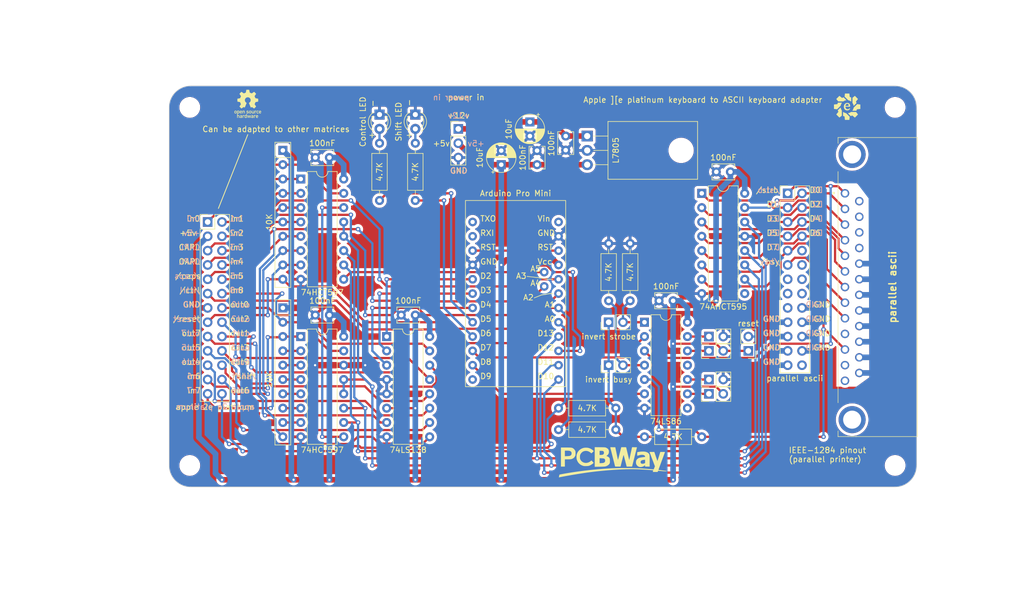
<source format=kicad_pcb>
(kicad_pcb (version 20221018) (generator pcbnew)
  (layers (0 "F.Cu" signal) (31 "B.Cu" signal) (34 "B.Paste" user) (35 "F.Paste" user) (36 "B.SilkS" user "B.Silkscreen") (37 "F.SilkS" user "F.Silkscreen") (38 "B.Mask" user) (39 "F.Mask" user) (44 "Edge.Cuts" user))
  (net 0 "")
  (net 1 "+5V")
  (net 2 "GND")
  (net 3 "+12V")
  (net 4 "Net-(D1-A)")
  (net 5 "Net-(D2-A)")
  (net 6 "Net-(J2-Pin_1)")
  (net 7 "Net-(J4-Pin_1)")
  (net 8 "Net-(J5-Pin_2)")
  (net 9 "Net-(J6-Pin_2)")
  (net 10 "{slash}MR")
  (net 11 "strobe out")
  (net 12 "ASCII out 0")
  (net 13 "ASCII out 1")
  (net 14 "ASCII out 2")
  (net 15 "ASCII out 3")
  (net 16 "ASCII out 4")
  (net 17 "ASCII out 5")
  (net 18 "ASCII out 6")
  (net 19 "ASCII out 7")
  (net 21 "busy in")
  (net 36 "kbd scan in 0")
  (net 37 "kbd scan in 1")
  (net 38 "kbd scan in 2")
  (net 39 "CAPL")
  (net 40 "kbd scan in 3")
  (net 41 "OAPL")
  (net 42 "kbd scan in 4")
  (net 43 "{slash}capslock")
  (net 44 "kbd scan in 5")
  (net 45 "{slash}ctrl")
  (net 46 "kbd scan in 8")
  (net 47 "kbd scan out 0")
  (net 48 "{slash}reset")
  (net 49 "kbd scan out 2")
  (net 50 "kbd scan out 7")
  (net 51 "kbd scan out 1")
  (net 52 "kbd scan out 5")
  (net 53 "kbd scan out 3")
  (net 54 "kbd scan out 4")
  (net 55 "kbd scan in 9")
  (net 56 "kbd scan in 6")
  (net 57 "{slash}shift")
  (net 58 "kbd scan in 7")
  (net 59 "kbd scan out 6")
  (net 60 "shift lock led")
  (net 61 "control lock led")
  (net 62 "kbd scan in 10")
  (net 63 "kbd scan in 11")
  (net 64 "kbd scan in 12")
  (net 65 "kbd scan in 13")
  (net 66 "kbd scan in 14")
  (net 67 "kbd scan in 15")
  (net 68 "arduino select bit 0")
  (net 69 "arduino select bit 1")
  (net 70 "arduino select bit 2")
  (net 71 "arduino strobe")
  (net 72 "arduino busy")
  (net 76 "SCK")
  (net 77 "{slash}SS")
  (net 78 "MOSI")
  (net 79 "MISO")
  (net 80 "Net-(U4-DS)")
  (net 83 "unconnected-(U6-RST-Pad3)")
  (net 86 "Net-(J3-Pin_1)")
  (net 87 "Net-(J1-Pin_1)")
  (footprint "Resistor_THT:R_Axial_DIN0207_L6.3mm_D2.5mm_P10.16mm_Horizontal" (layer "F.Cu") (at 205.74 59.69 90)
    (fp_text reference "R1" hide)
    (fp_text value "4.7K")
  )
  (footprint "LED_THT:LED_D3.0mm" (layer "F.Cu") (at 161.29 26.67 -90)
    (fp_text reference "D2" hide)
    (fp_text value "Control LED")
  )
  (footprint "Connector_PinHeader_2.54mm:PinHeader_1x03_P2.54mm_Vertical" (layer "F.Cu") (at 175.26 29.21)
    (fp_text reference "J8" hide)
    (fp_text value "power in")
  )
  (footprint "Capacitor_THT:CP_Radial_D5.0mm_P2.50mm" (layer "F.Cu") (at 187.96 27.98 -90)
    (fp_text reference "C8" hide)
    (fp_text value "10uF")
  )
  (footprint "Resistor_THT:R_Array_SIP10" (layer "F.Cu") (at 144.145 33.02 -90)
    (fp_text reference "RN1" hide)
    (fp_text value "10K")
  )
  (footprint "Capacitor_THT:C_Disc_D3.8mm_W2.6mm_P2.50mm" (layer "F.Cu") (at 194.31 30.48 -90)
    (fp_text reference "C7" hide)
    (fp_text value "100nF")
  )
  (footprint "Resistor_THT:R_Axial_DIN0207_L6.3mm_D2.5mm_P10.16mm_Horizontal" (layer "F.Cu") (at 201.93 59.69 90)
    (fp_text reference "R2" hide)
    (fp_text value "4.7K")
  )
  (footprint "Connector_PinHeader_2.54mm:PinHeader_2x13_P2.54mm_Vertical" (layer "F.Cu") (at 233.68 40.64)
    (fp_text reference "J9" hide)
    (fp_text value "parallel ascii")
  )
  (footprint "Connector_PinHeader_2.54mm:PinHeader_1x02_P2.54mm_Vertical" (layer "F.Cu") (at 226.695 68.58 180)
    (fp_text reference "J7" hide)
    (fp_text value "reset")
  )
  (footprint "Resistor_THT:R_Axial_DIN0207_L6.3mm_D2.5mm_P10.16mm_Horizontal" (layer "F.Cu") (at 167.64 31.75 -90)
    (fp_text reference "R24" hide)
    (fp_text value "4.7K")
  )
  (footprint "Capacitor_THT:C_Disc_D3.8mm_W2.6mm_P2.50mm" (layer "F.Cu") (at 189.23 35.56 90)
    (fp_text reference "C6" hide)
    (fp_text value "100nF")
  )
  (footprint "MountingHole:MountingHole_3.2mm_M3" (layer "F.Cu") (at 127.635 88.9)
    (fp_text reference "REF**" hide)
    (fp_text value "MountingHole_3.2mm_M3")
  )
  (footprint "Package_DIP:DIP-14_W7.62mm" (layer "F.Cu") (at 208.28 63.5)
    (fp_text reference "U2" hide)
    (fp_text value "74LS86")
  )
  (footprint "LED_THT:LED_D3.0mm" (layer "F.Cu") (at 167.64 26.67 -90)
    (fp_text reference "D1" hide)
    (fp_text value "Shift LED")
  )
  (footprint "Package_DIP:DIP-16_W7.62mm" (layer "F.Cu") (at 162.56 66.04)
    (fp_text reference "U1" hide)
    (fp_text value "74LS138")
  )
  (footprint "Resistor_THT:R_Axial_DIN0207_L6.3mm_D2.5mm_P10.16mm_Horizontal" (layer "F.Cu") (at 193.04 82.55)
    (fp_text reference "R21" hide)
    (fp_text value "4.7K")
  )
  (footprint "Capacitor_THT:C_Disc_D3.8mm_W2.6mm_P2.50mm" (layer "F.Cu") (at 152.4 62.23 180)
    (fp_text reference "C5" hide)
    (fp_text value "100nF")
  )
  (footprint "MountingHole:MountingHole_3.2mm_M3" (layer "F.Cu") (at 252.73 88.9)
    (fp_text reference "REF**" hide)
    (fp_text value "MountingHole_3.2mm_M3")
  )
  (footprint "Connector_PinHeader_2.54mm:PinHeader_1x02_P2.54mm_Vertical" (layer "F.Cu") (at 219.71 73.66 90)
    (fp_text reference "J2" hide)
    (fp_text value "Conn_01x02_Pin" hide)
  )
  (footprint "Package_TO_SOT_THT:TO-220-3_Horizontal_TabDown" (layer "F.Cu") (at 198.12 30.48 -90)
    (fp_text reference "U7" hide)
    (fp_text value "L7805")
  )
  (footprint "Capacitor_THT:C_Disc_D3.8mm_W2.6mm_P2.50mm" (layer "F.Cu") (at 223.52 36.83 180)
    (fp_text reference "C3" hide)
    (fp_text value "100nF")
  )
  (footprint "Evan's parts:Arduino Pro Mini ver. A" (layer "F.Cu") (at 177.8 45.72)
    (fp_text reference "U6" hide)
    (fp_text value "Arduino Pro Mini")
  )
  (footprint "Package_DIP:DIP-16_W7.62mm" (layer "F.Cu") (at 147.32 38.1)
    (fp_text reference "U4" hide)
    (fp_text value "74HCT597")
  )
  (footprint "Connector_PinHeader_2.54mm:PinHeader_2x13_P2.54mm_Vertical" (layer "F.Cu") (at 130.81 45.72)
    (fp_text reference "J11" hide)
    (fp_text value "apple 2e platinum")
  )
  (footprint "Connector_PinHeader_2.54mm:PinHeader_1x02_P2.54mm_Vertical" (layer "F.Cu") (at 201.93 63.5 90)
    (fp_text reference "J5" hide)
    (fp_text value "invert strobe")
  )
  (footprint "Evan's parts:amphenol db25" (layer "F.Cu") (at 243.84 40.64 90)
    (fp_text reference "J10" hide)
    (fp_text value "parallel ascii")
  )
  (footprint "Capacitor_THT:CP_Radial_D5.0mm_P2.50mm" (layer "F.Cu") (at 182.88 35.56 90)
    (fp_text reference "C9" hide)
    (fp_text value "10uF")
  )
  (footprint "Evan's parts:pcbway logo" (layer "F.Cu") (at 202.565 88.265)
    (fp_text reference "G***" hide)
    (fp_text value "LOGO" hide)
  )
  (footprint "MountingHole:MountingHole_3.2mm_M3" (layer "F.Cu") (at 127.635 25.4)
    (fp_text reference "REF**" hide)
    (fp_text value "MountingHole_3.2mm_M3")
  )
  (footprint "Package_DIP:DIP-16_W7.62mm" (layer "F.Cu") (at 147.32 66.04)
    (fp_text reference "U5" hide)
    (fp_text value "74HCT597")
  )
  (footprint "Resistor_THT:R_Axial_DIN0207_L6.3mm_D2.5mm_P10.16mm_Horizontal" (layer "F.Cu") (at 193.04 78.74)
    (fp_text reference "R20" hide)
    (fp_text value "4.7K")
  )
  (footprint "Connector_PinHeader_2.54mm:PinHeader_1x02_P2.54mm_Vertical" (layer "F.Cu") (at 201.93 71.12 90)
    (fp_text reference "J6" hide)
    (fp_text value "invert busy")
  )
  (footprint "Capacitor_THT:C_Disc_D3.8mm_W2.6mm_P2.50mm" (layer "F.Cu") (at 152.4 34.29 180)
    (fp_text reference "C4" hide)
    (fp_text value "100nF")
  )
  (footprint "Connector_PinHeader_2.54mm:PinHeader_1x02_P2.54mm_Vertical" (layer "F.Cu") (at 219.71 68.58 90)
    (fp_text reference "J3" hide)
    (fp_text value "Conn_01x02_Pin" hide)
  )
  (footprint "Resistor_THT:R_Axial_DIN0207_L6.3mm_D2.5mm_P10.16mm_Horizontal" (layer "F.Cu") (at 161.29 31.75 -90)
    (fp_text reference "R25" hide)
    (fp_text value "4.7K")
  )
  (footprint "Connector_PinHeader_2.54mm:PinHeader_1x02_P2.54mm_Vertical" (layer "F.Cu") (at 219.71 76.2 90)
    (fp_text reference "J1" hide)
    (fp_text value "Conn_01x02_Pin" hide)
  )
  (footprint "Package_DIP:DIP-16_W7.62mm" (layer "F.Cu") (at 218.44 40.64)
    (fp_text reference "U3" hide)
    (fp_text value "74AHCT595")
  )
  (footprint "Capacitor_THT:C_Disc_D3.8mm_W2.6mm_P2.50mm" (layer "F.Cu") (at 167.64 62.23 180)
    (fp_text reference "C1" hide)
    (fp_text value "100nF")
  )
  (footprint "Evan's parts:Evan Logo" (layer "F.Cu") (at 244.221 25.273)
    (fp_text reference "G***" hide)
    (fp_text value "LOGO" hide)
  )
  (footprint "Resistor_THT:R_Axial_DIN0207_L6.3mm_D2.5mm_P10.16mm_Horizontal" (layer "F.Cu") (at 208.28 83.82)
    (fp_text reference "R3" hide)
    (fp_text value "4.7K")
  )
  (footprint "MountingHole:MountingHole_3.2mm_M3" (layer "F.Cu") (at 252.73 25.4)
    (fp_text reference "REF**" hide)
    (fp_text value "MountingHole_3.2mm_M3")
  )
  (footprint "Capacitor_THT:C_Disc_D3.8mm_W2.6mm_P2.50mm" (layer "F.Cu") (at 213.36 59.69 180)
    (fp_text reference "C2" hide)
    (fp_text value "100nF")
  )
  (footprint "Resistor_THT:R_Array_SIP10" (layer "F.Cu") (at 144.145 60.96 -90)
    (fp_text reference "RN2" hide)
    (fp_text value "10K")
  )
  (footprint "Evan's parts:OSHW gear" (layer "F.Cu") (at 137.922 24.765)
    (fp_text reference "G***" hide)
    (fp_text value "LOGO" hide)
  )
  (footprint "Connector_PinHeader_2.54mm:PinHeader_1x02_P2.54mm_Vertical" (layer "F.Cu") (at 219.71 66.04 90)
    (fp_text reference "J4" hide)
    (fp_text value "Conn_01x02_Pin" hide)
  )
  (gr_line (start 137.922 30.226) (end 132.715 43.307) (stroke (width 0.15)) (layer "F.SilkS"))
  (gr_arc (start 123.979077 25.4) (mid 125.095 22.705923) (end 127.789077 21.59) (stroke (width 0.1)) (layer "Edge.Cuts"))
  (gr_arc (start 252.73 21.59) (mid 255.424077 22.705923) (end 256.54 25.4) (stroke (width 0.1)) (layer "Edge.Cuts"))
  (gr_arc (start 127.789077 92.71) (mid 125.095 91.594077) (end 123.979077 88.9) (stroke (width 0.1)) (layer "Edge.Cuts"))
  (gr_line (start 252.73 92.71) (end 127.789077 92.71) (stroke (width 0.1)) (layer "Edge.Cuts"))
  (gr_line (start 256.54 25.4) (end 256.54 88.9) (stroke (width 0.1)) (layer "Edge.Cuts"))
  (gr_line (start 123.979077 88.9) (end 123.979077 25.4) (stroke (width 0.1)) (layer "Edge.Cuts"))
  (gr_arc (start 256.54 88.9) (mid 255.424077 91.594077) (end 252.73 92.71) (stroke (width 0.1)) (layer "Edge.Cuts"))
  (gr_line (start 127.789077 21.59) (end 252.73 21.59) (stroke (width 0.1)) (layer "Edge.Cuts"))
  (gr_text "GND" (at 232.41 66.04) (layer "B.SilkS") (effects (font (size 1 1)) (justify left bottom mirror)))
  (gr_text "/ctrl" (at 129.54 58.42) (layer "B.SilkS") (effects (font (size 1 1)) (justify left bottom mirror)))
  (gr_text "GND" (at 240.03 60.96) (layer "B.SilkS") (effects (font (size 1 1)) (justify left bottom mirror)))
  (gr_text "in3" (at 137.16 50.8) (layer "B.SilkS") (effects (font (size 1 1)) (justify left bottom mirror)))
  (gr_text "out5" (at 129.54 68.58) (layer "B.SilkS") (effects (font (size 1 1)) (justify left bottom mirror)))
  (gr_text "GND" (at 240.03 63.5) (layer "B.SilkS") (effects (font (size 1 1)) (justify left bottom mirror)))
  (gr_text "D4" (at 240.03 45.72) (layer "B.SilkS") (effects (font (size 1 1)) (justify left bottom mirror)))
  (gr_text "/shift" (at 139.573 73.66) (layer "B.SilkS") (effects (font (size 1 1)) (justify left bottom mirror)))
  (gr_text "/strb" (at 232.41 40.64) (layer "B.SilkS") (effects (font (size 1 1)) (justify left bottom mirror)))
  (gr_text "D3" (at 232.41 45.72) (layer "B.SilkS") (effects (font (size 1 1)) (justify left bottom mirror)))
  (gr_text "D0" (at 240.03 40.64) (layer "B.SilkS") (effects (font (size 1 1)) (justify left bottom mirror)))
  (gr_text "apple 2e platinum" (at 132.207 78.486) (layer "B.SilkS") (effects (font (size 1 1)) (justify mirror)))
  (gr_text "/caps" (at 129.54 55.88) (layer "B.SilkS") (effects (font (size 1 1)) (justify left bottom mirror)))
  (gr_text "/reset" (at 129.54 63.5) (layer "B.SilkS") (effects (font (size 1 1)) (justify left bottom mirror)))
  (gr_text "/bsy" (at 232.41 53.34) (layer "B.SilkS") (effects (font (size 1 1)) (justify left bottom mirror)))
  (gr_text "in8" (at 137.16 58.42) (layer "B.SilkS") (effects (font (size 1 1)) (justify left bottom mirror)))
  (gr_text "power in" (at 174.013596 23.622) (layer "B.SilkS") (effects (font (size 1 1)) (justify mirror)))
  (gr_text "in4" (at 137.16 53.34) (layer "B.SilkS") (effects (font (size 1 1)) (justify left bottom mirror)))
  (gr_text "+5v" (at 129.54 48.26) (layer "B.SilkS") (effects (font (size 1 1)) (justify left bottom mirror)))
  (gr_text "out1" (at 138.43 66.04) (layer "B.SilkS") (effects (font (size 1 1)) (justify left bottom mirror)))
  (gr_text "in0" (at 129.54 45.72) (layer "B.SilkS") (effects (font (size 1 1)) (justify left bottom mirror)))
  (gr_text "in7" (at 129.54 76.2) (layer "B.SilkS") (effects (font (size 1 1)) (justify left bottom mirror)))
  (gr_text "GND" (at 232.41 63.5) (layer "B.SilkS") (effects (font (size 1 1)) (justify left bottom mirror)))
  (gr_text "in1" (at 137.16 45.72) (layer "B.SilkS") (effects (font (size 1 1)) (justify left bottom mirror)))
  (gr_text "D5" (at 232.41 48.26) (layer "B.SilkS") (effects (font (size 1 1)) (justify left bottom mirror)))
  (gr_text "GND" (at 240.03 68.58) (layer "B.SilkS") (effects (font (size 1 1)) (justify left bottom mirror)))
  (gr_text "D1" (at 232.41 43.18) (layer "B.SilkS") (effects (font (size 1 1)) (justify left bottom mirror)))
  (gr_text "out6" (at 138.43 76.2) (layer "B.SilkS") (effects (font (size 1 1)) (justify left bottom mirror)))
  (gr_text "in5" (at 137.16 55.88) (layer "B.SilkS") (effects (font (size 1 1)) (justify left bottom mirror)))
  (gr_text "out0" (at 138.43 60.96) (layer "B.SilkS") (effects (font (size 1 1)) (justify left bottom mirror)))
  (gr_text "in6" (at 129.54 73.66) (layer "B.SilkS") (effects (font (size 1 1)) (justify left bottom mirror)))
  (gr_text "in2" (at 137.16 48.26) (layer "B.SilkS") (effects (font (size 1 1)) (justify left bottom mirror)))
  (gr_text "GND" (at 240.03 66.04) (layer "B.SilkS") (effects (font (size 1 1)) (justify left bottom mirror)))
  (gr_text "GND" (at 232.41 68.58) (layer "B.SilkS") (effects (font (size 1 1)) (justify left bottom mirror)))
  (gr_text "CAPL" (at 129.54 50.8) (layer "B.SilkS") (effects (font (size 1 1)) (justify left bottom mirror)))
  (gr_text "out3" (at 138.43 68.58) (layer "B.SilkS") (effects (font (size 1 1)) (justify left bottom mirror)))
  (gr_text "D2" (at 240.03 43.18) (layer "B.SilkS") (effects (font (size 1 1)) (justify left bottom mirror)))
  (gr_text "out2" (at 138.43 63.5) (layer "B.SilkS") (effects (font (size 1 1)) (justify left bottom mirror)))
  (gr_text "+12v" (at 177.442596 27.432) (layer "B.SilkS") (effects (font (size 1 1)) (justify left bottom mirror)))
  (gr_text "out9" (at 138.43 71.12) (layer "B.SilkS") (effects (font (size 1 1)) (justify left bottom mirror)))
  (gr_text "D6" (at 240.03 48.26) (layer "B.SilkS") (effects (font (size 1 1)) (justify left bottom mirror)))
  (gr_text "GND" (at 232.41 71.12) (layer "B.SilkS") (effects (font (size 1 1)) (justify left bottom mirror)))
  (gr_text "OAPL" (at 129.54 53.34) (layer "B.SilkS") (effects (font (size 1 1)) (justify left bottom mirror)))
  (gr_text "out4" (at 129.54 71.12) (layer "B.SilkS") (effects (font (size 1 1)) (justify left bottom mirror)))
  (gr_text "out7" (at 129.54 66.04) (layer "B.SilkS") (effects (font (size 1 1)) (justify left bottom mirror)))
  (gr_text "GND" (at 176.934596 37.211) (layer "B.SilkS") (effects (font (size 1 1)) (justify left bottom mirror)))
  (gr_text "D7" (at 232.41 50.8) (layer "B.SilkS") (effects (font (size 1 1)) (justify left bottom mirror)))
  (gr_text "GND" (at 129.54 60.96) (layer "B.SilkS") (effects (font (size 1 1)) (justify left bottom mirror)))
  (gr_text "+5v" (at 179.982596 32.385) (layer "B.SilkS") (effects (font (size 1 1)) (justify left bottom mirror)))
  (gr_text "in4" (at 134.747 53.34) (layer "F.SilkS") (effects (font (size 1 1)) (justify left bottom)))
  (gr_text "in7" (at 127.127 76.2) (layer "F.SilkS") (effects (font (size 1 1)) (justify left bottom)))
  (gr_text "IEEE-1284 pinout\n(parallel printer)" (at 233.807 88.392) (layer "F.SilkS") (effects (font (size 1 1)) (justify left bottom)))
  (gr_text "in6" (at 127.127 73.66) (layer "F.SilkS") (effects (font (size 1 1)) (justify left bottom)))
  (gr_text "out4" (at 126.111 71.12) (layer "F.SilkS") (effects (font (size 1 1)) (justify left bottom)))
  (gr_text "GND" (at 229.235 63.5) (layer "F.SilkS") (effects (font (size 1 1)) (justify left bottom)))
  (gr_text "+" (at 165.862 30.861) (layer "F.SilkS") (effects (font (size 1 1)) (justify left bottom)))
  (gr_text "GND" (at 238.125 66.04) (layer "F.SilkS") (effects (font (size 1 1)) (justify left bottom)))
  (gr_text "-" (at 167.132 25.273 90) (layer "F.SilkS") (effects (font (size 1 1)) (justify left bottom)))
  (gr_text "in5" (at 134.747 55.88) (layer "F.SilkS") (effects (font (size 1 1)) (justify left bottom)))
  (gr_text "GND" (at 238.125 60.96) (layer "F.SilkS") (effects (font (size 1 1)) (justify left bottom)))
  (gr_text "in3" (at 134.747 50.8) (layer "F.SilkS") (effects (font (size 1 1)) (justify left bottom)))
  (gr_text "GND" (at 173.736 37.211) (layer "F.SilkS") (effects (font (size 1 1)) (justify left bottom)))
  (gr_text "D0" (at 237.49 40.64) (layer "F.SilkS") (effects (font (size 1 1)) (justify left bottom)))
  (gr_text "OAPL" (at 125.603 53.34) (layer "F.SilkS") (effects (font (size 1 1)) (justify left bottom)))
  (gr_text "out9" (at 134.747 71.12) (layer "F.SilkS") (effects (font (size 1 1)) (justify left bottom)))
  (gr_text "out5" (at 126.111 68.58) (layer "F.SilkS") (effects (font (size 1 1)) (justify left bottom)))
  (gr_text "GND" (at 229.235 71.12) (layer "F.SilkS") (effects (font (size 1 1)) (justify left bottom)))
  (gr_text "D1" (at 229.87 43.18) (layer "F.SilkS") (effects (font (size 1 1)) (justify left bottom)))
  (gr_text "GND" (at 229.235 68.58) (layer "F.SilkS") (effects (font (size 1 1)) (justify left bottom)))
  (gr_text "in0" (at 127 45.72) (layer "F.SilkS") (effects (font (size 1 1)) (justify left bottom)))
  (gr_text "CAPL" (at 125.603 50.8) (layer "F.SilkS") (effects (font (size 1 1)) (justify left bottom)))
  (gr_text "-" (at 160.655 25.4 90) (layer "F.SilkS") (effects (font (size 1 1)) (justify left bottom)))
  (gr_text "/ctrl" (at 125.73 58.42) (layer "F.SilkS") (effects (font (size 1 1)) (justify left bottom)))
  (gr_text "out2" (at 134.747 63.5) (layer "F.SilkS") (effects (font (size 1 1)) (justify left bottom)))
  (gr_text "D7" (at 229.87 50.8) (layer "F.SilkS") (effects (font (size 1 1)) (justify left bottom)))
  (gr_text "D2" (at 237.49 43.18) (layer "F.SilkS") (effects (font (size 1 1)) (justify left bottom)))
  (gr_text "out3" (at 134.747 68.58) (layer "F.SilkS") (effects (font (size 1 1)) (justify left bottom)))
  (gr_text "D5" (at 229.87 48.26) (layer "F.SilkS") (effects (font (size 1 1)) (justify left bottom)))
  (gr_text "D3" (at 229.87 45.72) (layer "F.SilkS") (effects (font (size 1 1)) (justify left bottom)))
  (gr_text "/strb" (at 227.965 40.64) (layer "F.SilkS") (effects (font (size 1 1)) (justify left bottom)))
  (gr_text "+5v" (at 125.73 48.26) (layer "F.SilkS") (effects (font (size 1 1)) (justify left bottom)))
  (gr_text "D6" (at 237.49 48.26) (layer "F.SilkS") (effects (font (size 1 1)) (justify left bottom)))
  (gr_text "out7" (at 126.111 66.04) (layer "F.SilkS") (effects (font (size 1 1)) (justify left bottom)))
  (gr_text "GND" (at 238.125 68.58) (layer "F.SilkS") (effects (font (size 1 1)) (justify left bottom)))
  (gr_text "out6" (at 134.747 76.2) (layer "F.SilkS") (effects (font (size 1 1)) (justify left bottom)))
  (gr_text "Apple ][e platinum keyboard to ASCII keyboard adapter" (at 197.358 24.638) (layer "F.SilkS") (effects (font (size 1 1)) (justify left bottom)))
  (gr_text "in2" (at 134.747 48.26) (layer "F.SilkS") (effects (font (size 1 1)) (justify left bottom)))
  (gr_text "GND" (at 238.125 63.5) (layer "F.SilkS") (effects (font (size 1 1)) (justify left bottom)))
  (gr_text "/reset" (at 124.587 63.5) (layer "F.SilkS") (effects (font (size 1 1)) (justify left bottom)))
  (gr_text "+5v" (at 170.688 32.385) (layer "F.SilkS") (effects (font (size 1 1)) (justify left bottom)))
  (gr_text "/caps" (at 124.968 55.88) (layer "F.SilkS") (effects (font (size 1 1)) (justify left bottom)))
  (gr_text "GND" (at 229.235 66.04) (layer "F.SilkS") (effects (font (size 1 1)) (justify left bottom)))
  (gr_text "+12v" (at 173.228 27.432) (layer "F.SilkS") (effects (font (size 1 1)) (justify left bottom)))
  (gr_text "GND" (at 126.365 60.96) (layer "F.SilkS") (effects (font (size 1 1)) (justify left bottom)))
  (gr_text "/bsy" (at 228.6 53.34) (layer "F.SilkS") (effects (font (size 1 1)) (justify left bottom)))
  (gr_text "out1" (at 134.747 66.04) (layer "F.SilkS") (effects (font (size 1 1)) (justify left bottom)))
  (gr_text "/shift" (at 134.874 73.66) (layer "F.SilkS") (effects (font (size 1 1)) (justify left bottom)))
  (gr_text "out0" (at 134.68 60.96) (layer "F.SilkS") (effects (font (size 1 1)) (justify left bottom)))
  (gr_text "in1" (at 134.747 45.72) (layer "F.SilkS") (effects (font (size 1 1)) (justify left bottom)))
  (gr_text "D4" (at 237.49 45.72) (layer "F.SilkS") (effects (font (size 1 1)) (justify left bottom)))
  (gr_text "+" (at 159.258 30.861) (layer "F.SilkS") (effects (font (size 1 1)) (justify left bottom)))
  (gr_text "in8" (at 134.747 58.42) (layer "F.SilkS") (effects (font (size 1 1)) (justify left bottom)))
  (gr_text "Can be adapted to other matrices" (at 129.794 29.845) (layer "F.SilkS") (effects (font (size 1 1)) (justify left bottom)))
  (segment (start 204.47 83.82) (end 208.28 83.82) (width 0.4) (layer "F.Cu") (net 1))
  (segment (start 167.64 91.44) (end 213.36 91.44) (width 1) (layer "F.Cu") (net 1))
  (segment (start 152.4 91.44) (end 167.64 91.44) (width 1) (layer "F.Cu") (net 1))
  (segment (start 203.2 82.55) (end 204.47 83.82) (width 0.4) (layer "F.Cu") (net 1))
  (segment (start 183.78 52.44) (end 182.88 53.34) (width 1) (layer "F.Cu") (net 1))
  (segment (start 222.25 68.58) (end 220.98 67.31) (width 0.4) (layer "F.Cu") (net 1))
  (segment (start 220.98 67.31) (end 213.36 67.31) (width 0.4) (layer "F.Cu") (net 1))
  (segment (start 213.36 83.82) (end 208.28 83.82) (width 0.4) (layer "F.Cu") (net 1))
  (segment (start 220.180001 60.489999) (end 214.159999 60.489999) (width 1) (layer "F.Cu") (net 1))
  (segment (start 193.04 53.34) (end 192.14 52.44) (width 1) (layer "F.Cu") (net 1))
  (segment (start 162.56 78.74) (end 167.64 78.74) (width 0.4) (layer "F.Cu") (net 1))
  (segment (start 220.98 74.93) (end 213.36 74.93) (width 0.4) (layer "F.Cu") (net 1))
  (segment (start 189.23 35.56) (end 198.12 35.56) (width 1) (layer "F.Cu") (net 1))
  (segment (start 192.14 52.44) (end 183.78 52.44) (width 1) (layer "F.Cu") (net 1))
  (segment (start 179.07 35.56) (end 182.88 35.56) (width 1) (layer "F.Cu") (net 1))
  (segment (start 213.36 59.69) (end 214.159999 60.489999) (width 1) (layer "F.Cu") (net 1))
  (segment (start 222.25 76.2) (end 220.98 74.93) (width 0.4) (layer "F.Cu") (net 1))
  (segment (start 133.35 91.44) (end 152.4 91.44) (width 1) (layer "F.Cu") (net 1))
  (segment (start 226.695 68.58) (end 222.25 68.58) (width 0.4) (layer "F.Cu") (net 1))
  (segment (start 220.98 59.69) (end 220.180001 60.489999) (width 1) (layer "F.Cu") (net 1))
  (segment (start 182.88 35.56) (end 189.23 35.56) (width 1) (layer "F.Cu") (net 1))
  (segment (start 175.26 31.75) (end 179.07 35.56) (width 1) (layer "F.Cu") (net 1))
  (via (at 213.36 67.31) (size 0.8) (drill 0.4) (layers "F.Cu" "B.Cu") (net 1))
  (via (at 167.64 91.44) (size 0.8) (drill 0.4) (layers "F.Cu" "B.Cu") (net 1))
  (via (at 182.88 91.44) (size 0.8) (drill 0.4) (layers "F.Cu" "B.Cu") (net 1))
  (via (at 152.4 91.44) (size 0.8) (drill 0.4) (layers "F.Cu" "B.Cu") (net 1))
  (via (at 133.35 91.44) (size 0.8) (drill 0.4) (layers "F.Cu" "B.Cu") (net 1))
  (via (at 213.36 74.93) (size 0.8) (drill 0.4) (layers "F.Cu" "B.Cu") (net 1))
  (via (at 167.64 78.74) (size 0.8) (drill 0.4) (layers "F.Cu" "B.Cu") (net 1))
  (via (at 213.36 91.44) (size 0.8) (drill 0.4) (layers "F.Cu" "B.Cu") (net 1))
  (via (at 213.36 83.82) (size 0.8) (drill 0.4) (layers "F.Cu" "B.Cu") (net 1))
  (via (at 146.05 91.44) (size 0.8) (drill 0.4) (layers "F.Cu" "B.Cu") (net 1))
  (via (at 182.88 53.34) (size 0.8) (drill 0.4) (layers "F.Cu" "B.Cu") (net 1))
  (via (at 220.98 59.69) (size 0.8) (drill 0.4) (layers "F.Cu" "B.Cu") (net 1))
  (segment (start 129.26 83.921) (end 129.26 49.81) (width 1) (layer "B.Cu") (net 1))
  (segment (start 215.9 60.96) (end 214.63 59.69) (width 1) (layer "B.Cu") (net 1))
  (segment (start 201.93 77.47) (end 203.2 78.74) (width 0.4) (layer "B.Cu") (net 1))
  (segment (start 145.645 91.035) (end 145.645 60.96) (width 1) (layer "B.Cu") (net 1))
  (segment (start 145.645 34.52) (end 145.645 60.96) (width 1) (layer "B.Cu") (net 1))
  (segment (start 226.06 38.1) (end 224.79 36.83) (width 1) (layer "B.Cu") (net 1))
  (segment (start 129.26 49.81) (end 130.81 48.26) (width 1) (layer "B.Cu") (net 1))
  (segment (start 144.145 33.02) (end 145.645 34.52) (width 1) (layer "B.Cu") (net 1))
  (segment (start 153.67 34.29) (end 152.4 34.29) (width 1) (layer "B.Cu") (net 1))
  (segment (start 223.52 36.83) (end 223.52 38.1) (width 1) (layer "B.Cu") (net 1))
  (segment (start 224.79 36.83) (end 223.52 36.83) (width 1) (layer "B.Cu") (net 1))
  (segment (start 153.67 62.23) (end 152.4 62.23) (width 1) (layer "B.Cu") (net 1))
  (segment (start 146.05 91.44) (end 145.645 91.035) (width 1) (layer "B.Cu") (net 1))
  (segment (start 226.06 40.64) (end 226.06 38.1) (width 1) (layer "B.Cu") (net 1))
  (segment (start 152.4 34.29) (end 152.4 62.23) (width 1) (layer "B.Cu") (net 1))
  (segment (start 214.63 59.69) (end 213.36 59.69) (width 1) (layer "B.Cu") (net 1))
  (segment (start 182.88 35.56) (end 182.88 53.34) (width 1) (layer "B.Cu") (net 1))
  (segment (start 154.94 35.56) (end 153.67 34.29) (width 1) (layer "B.Cu") (net 1))
  (segment (start 154.94 38.1) (end 154.94 35.56) (width 1) (layer "B.Cu") (net 1))
  (segment (start 201.93 71.12) (end 201.93 63.5) (width 0.4) (layer "B.Cu") (net 1))
  (segment (start 220.98 40.64) (end 220.98 59.69) (width 1) (layer "B.Cu") (net 1))
  (segment (start 182.88 53.34) (end 182.88 91.44) (width 1) (layer "B.Cu") (net 1))
  (segment (start 201.93 71.12) (end 201.93 77.47) (width 0.4) (layer "B.Cu") (net 1))
  (segment (start 152.4 91.44) (end 152.4 62.23) (width 1) (layer "B.Cu") (net 1))
  (segment (start 154.94 66.04) (end 154.94 63.5) (width 1) (layer "B.Cu") (net 1))
  (segment (start 167.64 78.74) (end 167.64 62.23) (width 1) (layer "B.Cu") (net 1))
  (segment (start 203.2 78.74) (end 203.2 82.55) (width 0.4) (layer "B.Cu") (net 1))
  (segment (start 215.9 63.5) (end 215.9 60.96) (width 1) (layer "B.Cu") (net 1))
  (segment (start 223.52 38.1) (end 220.98 40.64) (width 1) (layer "B.Cu") (net 1))
  (segment (start 132.207 86.868) (end 129.26 83.921) (width 1) (layer "B.Cu") (net 1))
  (segment (start 167.64 91.44) (end 167.64 78.74) (width 1) (layer "B.Cu") (net 1))
  (segment (start 168.91 62.23) (end 167.64 62.23) (width 1) (layer "B.Cu") (net 1))
  (segment (start 145.645 60.96) (end 144.145 60.96) (width 1) (layer "B.Cu") (net 1))
  (segment (start 170.18 66.04) (end 170.18 63.5) (width 1) (layer "B.Cu") (net 1))
  (segment (start 170.18 63.5) (end 168.91 62.23) (width 1) (layer "B.Cu") (net 1))
  (segment (start 213.36 91.44) (end 213.36 83.82) (width 1) (layer "B.Cu") (net 1))
  (segment (start 133.35 91.44) (end 132.207 90.297) (width 1) (layer "B.Cu") (net 1))
  (segment (start 154.94 63.5) (end 153.67 62.23) (width 1) (layer "B.Cu") (net 1))
  (segment (start 132.207 90.297) (end 132.207 86.868) (width 1) (layer "B.Cu") (net 1))
  (segment (start 213.36 59.69) (end 213.36 83.82) (width 1) (layer "B.Cu") (net 1))
  (segment (start 154.94 71.12) (end 158.75 71.12) (width 1) (layer "F.Cu") (net 2))
  (segment (start 130.81 60.96) (end 127.381 60.96) (width 1) (layer "F.Cu") (net 2))
  (segment (start 154.94 71.12) (end 149.86 71.12) (width 1) (layer "F.Cu") (net 2))
  (via (at 149.86 71.12) (size 0.8) (drill 0.4) (layers "F.Cu" "B.Cu") (net 2))
  (via (at 158.75 71.12) (size 0.8) (drill 0.4) (layers "F.Cu" "B.Cu") (net 2))
  (segment (start 231.267 71.12) (end 231.267 68.453) (width 1) (layer "B.Cu") (net 2))
  (segment (start 238.379 68.326) (end 238.379 75.565) (width 1) (layer "B.Cu") (net 2))
  (segment (start 238.379 60.96) (end 238.379 63.5) (width 1) (layer "B.Cu") (net 2))
  (segment (start 236.22 66.04) (end 238.252 66.04) (width 1) (layer "B.Cu") (net 2))
  (segment (start 238.252 66.04) (end 238.379 65.913) (width 1) (layer "B.Cu") (net 2))
  (segment (start 233.68 66.04) (end 231.394 66.04) (width 1) (layer "B.Cu") (net 2))
  (segment (start 250.904 58.645) (end 250.933 58.674) (width 1) (layer "B.Cu") (net 2))
  (segment (start 231.267 66.167) (end 231.267 63.5) (width 1) (layer "B.Cu") (net 2))
  (segment (start 250.933 53.105) (end 250.933 56.007) (width 1) (layer "B.Cu") (net 2))
  (segment (start 250.753 61.415) (end 250.933 61.595) (width 1) (layer "B.Cu") (net 2))
  (segment (start 231.394 66.04) (end 231.267 66.167) (width 1) (layer "B.Cu") (net 2))
  (segment (start 238.125 68.58) (end 238.379 68.326) (width 1) (layer "B.Cu") (net 2))
  (segment (start 250.681 69.725) (end 250.933 69.977) (width 1) (layer "B.Cu") (net 2))
  (segment (start 236.22 63.5) (end 238.379 63.5) (width 1) (layer "B.Cu") (net 2))
  (segment (start 246.38 58.645) (end 250.904 58.645) (width 1) (layer "B.Cu") (net 2))
  (segment (start 238.379 75.565) (end 231.902 75.565) (width 1) (layer "B.Cu") (net 2))
  (segment (start 238.379 65.913) (end 238.379 68.326) (width 1) (layer "B.Cu") (net 2))
  (segment (start 250.933 56.007) (end 250.933 58.674) (width 1) (layer "B.Cu") (net 2))
  (segment (start 246.38 69.725) (end 250.681 69.725) (width 1) (layer "B.Cu") (net 2))
  (segment (start 250.933 58.674) (end 250.933 61.595) (width 1) (layer "B.Cu") (net 2))
  (segment (start 233.68 71.12) (end 231.267 71.12) (width 1) (layer "B.Cu") (net 2))
  (segment (start 231.394 68.58) (end 231.267 68.453) (width 1) (layer "B.Cu") (net 2))
  (segment (start 250.933 72.498) (end 250.93 72.495) (width 1) (layer "B.Cu") (net 2))
  (segment (start 246.38 61.415) (end 250.753 61.415) (width 1) (layer "B.Cu") (net 2))
  (segment (start 233.68 68.58) (end 231.394 68.58) (width 1) (layer "B.Cu") (net 2))
  (segment (start 250.933 67.31) (end 250.933 69.977) (width 1) (layer "B.Cu") (net 2))
  (segment (start 250.933 64.008) (end 250.933 67.31) (width 1) (layer "B.Cu") (net 2))
  (segment (start 246.38 55.875) (end 250.801 55.875) (width 1) (layer "B.Cu") (net 2))
  (segment (start 250.578 66.955) (end 250.933 67.31) (width 1) (layer "B.Cu") (net 2))
  (segment (start 250.93 72.495) (end 246.38 72.495) (width 1) (layer "B.Cu") (net 2))
  (segment (start 250.933 61.595) (end 250.933 64.008) (width 1) (layer "B.Cu") (net 2))
  (segment (start 231.267 68.453) (end 231.267 66.167) (width 1) (layer "B.Cu") (net 2))
  (segment (start 250.756 64.185) (end 250.933 64.008) (width 1) (layer "B.Cu") (net 2))
  (segment (start 250.933 69.977) (end 250.933 72.498) (width 1) (layer "B.Cu") (net 2))
  (segment (start 231.267 63.5) (end 233.68 63.5) (width 1) (layer "B.Cu") (net 2))
  (segment (start 231.902 75.565) (end 231.267 74.93) (width 1) (layer "B.Cu") (net 2))
  (segment (start 236.22 60.96) (end 238.379 60.96) (width 1) (layer "B.Cu") (net 2))
  (segment (start 238.379 63.5) (end 238.379 65.913) (width 1) (layer "B.Cu") (net 2))
  (segment (start 231.267 74.93) (end 231.267 71.12) (width 1) (layer "B.Cu") (net 2))
  (segment (start 246.38 64.185) (end 250.756 64.185) (width 1) (layer "B.Cu") (net 2))
  (segment (start 250.801 55.875) (end 250.933 56.007) (width 1) (layer "B.Cu") (net 2))
  (segment (start 246.38 53.105) (end 250.933 53.105) (width 1) (layer "B.Cu") (net 2))
  (segment (start 246.38 66.955) (end 250.578 66.955) (width 1) (layer "B.Cu") (net 2))
  (segment (start 236.22 68.58) (end 238.125 68.58) (width 1) (layer "B.Cu") (net 2))
  (segment (start 191.81 27.98) (end 194.31 30.48) (width 1) (layer "F.Cu") (net 3))
  (segment (start 185.38 27.98) (end 187.96 27.98) (width 1) (layer "F.Cu") (net 3))
  (segment (start 175.26 29.21) (end 184.15 29.21) (width 1) (layer "F.Cu") (net 3))
  (segment (start 187.96 27.98) (end 191.81 27.98) (width 1) (layer "F.Cu") (net 3))
  (segment (start 194.31 30.48) (end 198.12 30.48) (width 1) (layer "F.Cu") (net 3))
  (segment (start 184.15 29.21) (end 185.38 27.98) (width 1) (layer "F.Cu") (net 3))
  (segment (start 167.64 31.75) (end 167.64 29.21) (width 0.4) (layer "B.Cu") (net 4))
  (segment (start 161.29 31.75) (end 161.29 29.21) (width 0.4) (layer "B.Cu") (net 5))
  (segment (start 215.9 73.66) (end 219.71 73.66) (width 0.4) (layer "F.Cu") (net 6))
  (segment (start 215.9 66.04) (end 219.71 66.04) (width 0.4) (layer "F.Cu") (net 7))
  (segment (start 204.47 63.5) (end 208.28 63.5) (width 0.4) (layer "F.Cu") (net 8))
  (segment (start 204.47 63.5) (end 204.47 60.96) (width 0.4) (layer "B.Cu") (net 8))
  (segment (start 204.47 60.96) (end 205.74 59.69) (width 0.4) (layer "B.Cu") (net 8))
  (segment (start 204.47 71.12) (end 208.28 71.12) (width 0.4) (layer "F.Cu") (net 9))
  (segment (start 204.47 71.12) (end 203.2 69.85) (width 0.4) (layer "B.Cu") (net 9))
  (segment (start 203.2 69.85) (end 203.2 60.96) (width 0.4) (layer "B.Cu") (net 9))
  (segment (start 203.2 60.96) (end 201.93 59.69) (width 0.4) (layer "B.Cu") (net 9))
  (segment (start 226.06 86.36) (end 157.48 86.36) (width 0.4) (layer "F.Cu") (net 10))
  (segment (start 157.48 81.28) (end 154.94 81.28) (width 0.4) (layer "F.Cu") (net 10))
  (via (at 157.48 86.36) (size 0.8) (drill 0.4) (layers "F.Cu" "B.Cu") (net 10))
  (via (at 226.06 86.36) (size 0.8) (drill 0.4) (layers "F.Cu" "B.Cu") (net 10))
  (via (at 157.48 81.28) (size 0.8) (drill 0.4) (layers "F.Cu" "B.Cu") (net 10))
  (segment (start 227.965 84.455) (end 226.06 86.36) (width 0.4) (layer "B.Cu") (net 10))
  (segment (start 156.21 80.01) (end 157.48 81.28) (width 0.4) (layer "B.Cu") (net 10))
  (segment (start 227.965 57.785) (end 227.965 66.04) (width 0.4) (layer "B.Cu") (net 10))
  (segment (start 157.48 86.36) (end 157.48 83.82) (width 0.4) (layer "B.Cu") (net 10))
  (segment (start 226.06 55.88) (end 227.965 57.785) (width 0.4) (layer "B.Cu") (net 10))
  (segment (start 156.21 54.61) (end 156.21 80.01) (width 0.4) (layer "B.Cu") (net 10))
  (segment (start 157.48 83.82) (end 157.48 81.28) (width 0.4) (layer "B.Cu") (net 10))
  (segment (start 227.965 66.04) (end 227.965 84.455) (width 0.4) (layer "B.Cu") (net 10))
  (segment (start 154.94 53.34) (end 156.21 54.61) (width 0.4) (layer "B.Cu") (net 10))
  (segment (start 226.695 66.04) (end 227.965 66.04) (width 0.4) (layer "B.Cu") (net 10))
  (segment (start 226.568 69.83) (end 227.945 69.83) (width 0.4) (layer "F.Cu") (net 11))
  (segment (start 243.84 40.64) (end 242.57 39.37) (width 0.4) (layer "F.Cu") (net 11))
  (segment (start 227.945 69.83) (end 230.465 67.31) (width 0.4) (layer "F.Cu") (net 11))
  (segment (start 242.57 39.37) (end 234.95 39.37) (width 0.4) (layer "F.Cu") (net 11))
  (segment (start 234.95 39.37) (end 233.68 40.64) (width 0.4) (layer "F.Cu") (net 11))
  (segment (start 231.394 67.31) (end 241.3 67.31) (width 0.4) (layer "F.Cu") (net 11))
  (segment (start 209.53 69.83) (end 208.28 68.58) (width 0.4) (layer "F.Cu") (net 11))
  (segment (start 230.465 67.31) (end 231.394 67.31) (width 0.4) (layer "F.Cu") (net 11))
  (segment (start 226.568 69.83) (end 209.53 69.83) (width 0.4) (layer "F.Cu") (net 11))
  (via (at 241.3 39.37) (size 0.8) (drill 0.4) (layers "F.Cu" "B.Cu") (net 11))
  (via (at 241.3 67.31) (size 0.8) (drill 0.4) (layers "F.Cu" "B.Cu") (net 11))
  (segment (start 241.3 67.31) (end 241.3 39.37) (width 0.4) (layer "B.Cu") (net 11))
  (segment (start 236.22 40.64) (end 236.006472 40.64) (width 0.4) (layer "F.Cu") (net 12))
  (segment (start 243.84 43.41) (end 241.07 40.64) (width 0.4) (layer "F.Cu") (net 12))
  (segment (start 234.736472 41.91) (end 231.775 41.91) (width 0.4) (layer "F.Cu") (net 12))
  (segment (start 236.006472 40.64) (end 234.736472 41.91) (width 0.4) (layer "F.Cu") (net 12))
  (segment (start 241.07 40.64) (end 236.22 40.64) (width 0.4) (layer "F.Cu") (net 12))
  (via (at 231.775 41.91) (size 0.8) (drill 0.4) (layers "F.Cu" "B.Cu") (net 12))
  (segment (start 230.505 43.18) (end 226.06 43.18) (width 0.4) (layer "B.Cu") (net 12))
  (segment (start 231.775 41.91) (end 230.505 43.18) (width 0.4) (layer "B.Cu") (net 12))
  (segment (start 229.87 41.91) (end 219.71 41.91) (width 0.4) (layer "F.Cu") (net 13))
  (segment (start 233.68 43.18) (end 231.14 43.18) (width 0.4) (layer "F.Cu") (net 13))
  (segment (start 239.57 41.91) (end 235.585 41.91) (width 0.4) (layer "F.Cu") (net 13))
  (segment (start 231.14 43.18) (end 229.87 41.91) (width 0.4) (layer "F.Cu") (net 13))
  (segment (start 234.315 43.18) (end 235.585 41.91) (width 0.4) (layer "F.Cu") (net 13))
  (segment (start 243.84 46.18) (end 239.57 41.91) (width 0.4) (layer "F.Cu") (net 13))
  (segment (start 233.68 43.18) (end 234.315 43.18) (width 0.4) (layer "F.Cu") (net 13))
  (segment (start 219.71 41.91) (end 218.44 40.64) (width 0.4) (layer "F.Cu") (net 13))
  (segment (start 238.07 43.18) (end 236.22 43.18) (width 0.4) (layer "F.Cu") (net 14))
  (segment (start 235.447767 43.18) (end 234.177767 44.45) (width 0.4) (layer "F.Cu") (net 14))
  (segment (start 219.71 44.45) (end 218.44 43.18) (width 0.4) (layer "F.Cu") (net 14))
  (segment (start 243.84 48.95) (end 238.07 43.18) (width 0.4) (layer "F.Cu") (net 14))
  (segment (start 234.177767 44.45) (end 219.71 44.45) (width 0.4) (layer "F.Cu") (net 14))
  (segment (start 236.22 43.18) (end 235.447767 43.18) (width 0.4) (layer "F.Cu") (net 14))
  (segment (start 219.71 46.99) (end 218.44 45.72) (width 0.4) (layer "F.Cu") (net 15))
  (segment (start 234.315 45.72) (end 235.585 44.45) (width 0.4) (layer "F.Cu") (net 15))
  (segment (start 228.6 46.99) (end 219.71 46.99) (width 0.4) (layer "F.Cu") (net 15))
  (segment (start 229.87 45.72) (end 228.6 46.99) (width 0.4) (layer "F.Cu") (net 15))
  (segment (start 242.681827 48.640355) (end 242.681827 50.41406) (width 0.4) (layer "F.Cu") (net 15))
  (segment (start 243.84 51.572233) (end 243.84 51.72) (width 0.4) (layer "F.Cu") (net 15))
  (segment (start 233.68 45.72) (end 229.87 45.72) (width 0.4) (layer "F.Cu") (net 15))
  (segment (start 233.68 45.72) (end 234.315 45.72) (width 0.4) (layer "F.Cu") (net 15))
  (segment (start 235.585 44.45) (end 238.491472 44.45) (width 0.4) (layer "F.Cu") (net 15))
  (segment (start 242.681827 50.41406) (end 243.84 51.572233) (width 0.4) (layer "F.Cu") (net 15))
  (segment (start 238.491472 44.45) (end 242.681827 48.640355) (width 0.4) (layer "F.Cu") (net 15))
  (segment (start 242.081827 48.888883) (end 238.912944 45.72) (width 0.4) (layer "F.Cu") (net 16))
  (segment (start 219.64 49.46) (end 228.67 49.46) (width 0.4) (layer "F.Cu") (net 16))
  (segment (start 231.14 46.99) (end 229.87 48.26) (width 0.4) (layer "F.Cu") (net 16))
  (segment (start 236.143705 45.72) (end 234.873705 46.99) (width 0.4) (layer "F.Cu") (net 16))
  (segment (start 234.873705 46.99) (end 231.14 46.99) (width 0.4) (layer "F.Cu") (net 16))
  (segment (start 242.081827 52.731827) (end 242.081827 48.888883) (width 0.4) (layer "F.Cu") (net 16))
  (segment (start 218.44 48.26) (end 219.64 49.46) (width 0.4) (layer "F.Cu") (net 16))
  (segment (start 228.67 49.46) (end 229.87 48.26) (width 0.4) (layer "F.Cu") (net 16))
  (segment (start 243.84 54.49) (end 242.081827 52.731827) (width 0.4) (layer "F.Cu") (net 16))
  (segment (start 238.912944 45.72) (end 236.22 45.72) (width 0.4) (layer "F.Cu") (net 16))
  (segment (start 236.22 45.72) (end 236.143705 45.72) (width 0.4) (layer "F.Cu") (net 16))
  (segment (start 240.63 54.05) (end 243.84 57.26) (width 0.4) (layer "F.Cu") (net 17))
  (segment (start 232.41 48.26) (end 228.6 52.07) (width 0.4) (layer "F.Cu") (net 17))
  (segment (start 233.68 48.26) (end 234.452234 48.26) (width 0.4) (layer "F.Cu") (net 17))
  (segment (start 219.71 52.07) (end 218.44 50.8) (width 0.4) (layer "F.Cu") (net 17))
  (segment (start 235.722233 46.99) (end 238.76 46.99) (width 0.4) (layer "F.Cu") (net 17))
  (segment (start 228.6 52.07) (end 219.71 52.07) (width 0.4) (layer "F.Cu") (net 17))
  (segment (start 233.68 48.26) (end 232.41 48.26) (width 0.4) (layer "F.Cu") (net 17))
  (segment (start 238.76 46.99) (end 240.63 48.86) (width 0.4) (layer "F.Cu") (net 17))
  (segment (start 240.63 48.86) (end 240.63 54.05) (width 0.4) (layer "F.Cu") (net 17))
  (segment (start 234.452234 48.26) (end 235.722233 46.99) (width 0.4) (layer "F.Cu") (net 17))
  (segment (start 232.41 49.53) (end 234.736472 49.53) (width 0.4) (layer "F.Cu") (net 18))
  (segment (start 231.14 52.07) (end 231.14 50.8) (width 0.4) (layer "F.Cu") (net 18))
  (segment (start 236.22 48.26) (end 237.49 48.26) (width 0.4) (layer "F.Cu") (net 18))
  (segment (start 240.03 50.8) (end 237.49 48.26) (width 0.4) (layer "F.Cu") (net 18))
  (segment (start 228.67 54.54) (end 231.14 52.07) (width 0.4) (layer "F.Cu") (net 18))
  (segment (start 234.736472 49.53) (end 236.006472 48.26) (width 0.4) (layer "F.Cu") (net 18))
  (segment (start 231.14 50.8) (end 232.41 49.53) (width 0.4) (layer "F.Cu") (net 18))
  (segment (start 243.84 60.03) (end 240.03 56.22) (width 0.4) (layer "F.Cu") (net 18))
  (segment (start 219.64 54.54) (end 228.67 54.54) (width 0.4) (layer "F.Cu") (net 18))
  (segment (start 236.006472 48.26) (end 236.22 48.26) (width 0.4) (layer "F.Cu") (net 18))
  (segment (start 218.44 53.34) (end 219.64 54.54) (width 0.4) (layer "F.Cu") (net 18))
  (segment (start 240.03 56.22) (end 240.03 50.8) (width 0.4) (layer "F.Cu") (net 18))
  (segment (start 239.36 58.32) (end 239.36 51.4) (width 0.4) (layer "F.Cu") (net 19))
  (segment (start 234.315 50.8) (end 233.68 50.8) (width 0.4) (layer "F.Cu") (net 19))
  (segment (start 243.84 62.8) (end 239.36 58.32) (width 0.4) (layer "F.Cu") (net 19))
  (segment (start 239.36 51.4) (end 237.49 49.53) (width 0.4) (layer "F.Cu") (net 19))
  (segment (start 219.71 57.15) (end 218.44 55.88) (width 0.4) (layer "F.Cu") (net 19))
  (segment (start 235.585 49.53) (end 234.315 50.8) (width 0.4) (layer "F.Cu") (net 19))
  (segment (start 233.68 50.8) (end 232.41 52.07) (width 0.4) (layer "F.Cu") (net 19))
  (segment (start 229.87 57.15) (end 219.71 57.15) (width 0.4) (layer "F.Cu") (net 19))
  (segment (start 232.41 54.61) (end 229.87 57.15) (width 0.4) (layer "F.Cu") (net 19))
  (segment (start 237.49 49.53) (end 235.585 49.53) (width 0.4) (layer "F.Cu") (net 19))
  (segment (start 232.41 52.07) (end 232.41 54.61) (width 0.4) (layer "F.Cu") (net 19))
  (segment (start 240.27 64.77) (end 240.03 64.77) (width 0.4) (layer "F.Cu") (net 21))
  (segment (start 218.44 83.82) (end 240.03 83.82) (width 0.4) (layer "F.Cu") (net 21))
  (segment (start 240.03 59.838528) (end 240.03 64.77) (width 0.4) (layer "F.Cu") (net 21))
  (segment (start 239.955736 59.764264) (end 238.76 58.568528) (width 0.4) (layer "F.Cu") (net 21))
  (segment (start 234.95 52.07) (end 233.68 53.34) (width 0.4) (layer "F.Cu") (net 21))
  (segment (start 218.44 83.82) (end 217.17 82.55) (width 0.4) (layer "F.Cu") (net 21))
  (segment (start 243.84 68.34) (end 240.27 64.77) (width 0.4) (layer "F.Cu") (net 21))
  (segment (start 238.76 53.94) (end 236.89 52.07) (width 0.4) (layer "F.Cu") (net 21))
  (segment (start 236.89 52.07) (end 234.95 52.07) (width 0.4) (layer "F.Cu") (net 21))
  (segment (start 239.955736 59.764264) (end 240.03 59.838528) (width 0.4) (layer "F.Cu") (net 21))
  (segment (start 217.17 82.55) (end 210.82 82.55) (width 0.4) (layer "F.Cu") (net 21))
  (segment (start 238.76 58.568528) (end 238.76 53.94) (width 0.4) (layer "F.Cu") (net 21))
  (via (at 240.03 64.77) (size 0.8) (drill 0.4) (layers "F.Cu" "B.Cu") (net 21))
  (via (at 240.03 83.82) (size 0.8) (drill 0.4) (layers "F.Cu" "B.Cu") (net 21))
  (via (at 210.82 82.55) (size 0.8) (drill 0.4) (layers "F.Cu" "B.Cu") (net 21))
  (segment (start 210.82 82.55) (end 210.82 74.93) (width 0.4) (layer "B.Cu") (net 21))
  (segment (start 210.82 74.93) (end 209.55 73.66) (width 0.4) (layer "B.Cu") (net 21))
  (segment (start 209.55 73.66) (end 208.28 73.66) (width 0.4) (layer "B.Cu") (net 21))
  (segment (start 240.03 83.82) (end 240.03 64.77) (width 0.4) (layer "B.Cu") (net 21))
  (segment (start 140.97 35.56) (end 144.145 35.56) (width 0.4) (layer "F.Cu") (net 36))
  (segment (start 152.4 40.64) (end 154.94 40.64) (width 0.4) (layer "F.Cu") (net 36))
  (segment (start 147.32 35.56) (end 152.4 40.64) (width 0.4) (layer "F.Cu") (net 36))
  (segment (start 144.145 35.56) (end 147.32 35.56) (width 0.4) (layer "F.Cu") (net 36))
  (segment (start 130.81 45.72) (end 140.97 35.56) (width 0.4) (layer "F.Cu") (net 36))
  (segment (start 144.145 38.1) (end 147.32 38.1) (width 0.4) (layer "F.Cu") (net 37))
  (segment (start 134.62 45.72) (end 142.24 38.1) (width 0.4) (layer "F.Cu") (net 37))
  (segment (start 142.24 38.1) (end 144.145 38.1) (width 0.4) (layer "F.Cu") (net 37))
  (segment (start 133.35 45.72) (end 134.62 45.72) (width 0.4) (layer "F.Cu") (net 37))
  (segment (start 147.32 40.64) (end 144.145 40.64) (width 0.4) (layer "F.Cu") (net 38))
  (segment (start 143.129 40.64) (end 144.145 40.64) (width 0.4) (layer "F.Cu") (net 38))
  (segment (start 135.509 48.26) (end 143.129 40.64) (width 0.4) (layer "F.Cu") (net 38))
  (segment (start 133.35 48.26) (end 135.509 48.26) (width 0.4) (layer "F.Cu") (net 38))
  (segment (start 132.08 49.53) (end 136.097943 49.53) (width 0.4) (layer "F.Cu") (net 39))
  (segment (start 143.717943 41.91) (end 156.21 41.91) (width 0.4) (layer "F.Cu") (net 39))
  (segment (start 162.56 57.15) (end 185.42 57.15) (width 0.4) (layer "F.Cu") (net 39))
  (segment (start 187.96 54.61) (end 185.42 57.15) (width 0.4) (layer "F.Cu") (net 39))
  (segment (start 161.29 55.88) (end 162.56 57.15) (width 0.4) (layer "F.Cu") (net 39))
  (segment (start 130.81 50.8) (end 132.08 49.53) (width 0.4) (layer "F.Cu") (net 39))
  (segment (start 190.5 54.61) (end 187.96 54.61) (width 0.4) (layer "F.Cu") (net 39))
  (segment (start 136.097943 49.53) (end 143.717943 41.91) (width 0.4) (layer "F.Cu") (net 39))
  (via (at 156.21 41.91) (size 0.8) (drill 0.4) (layers "F.Cu" "B.Cu") (net 39))
  (via (at 161.29 55.88) (size 0.8) (drill 0.4) (layers "F.Cu" "B.Cu") (net 39))
  (segment (start 156.21 41.91) (end 158.75 44.45) (width 0.4) (layer "B.Cu") (net 39))
  (segment (start 161.29 46.99) (end 161.29 55.88) (width 0.4) (layer "B.Cu") (net 39))
  (segment (start 158.75 44.45) (end 161.29 46.99) (width 0.4) (layer "B.Cu") (net 39))
  (segment (start 144.145 43.18) (end 147.32 43.18) (width 0.4) (layer "F.Cu") (net 40))
  (segment (start 135.982573 50.8) (end 143.602573 43.18) (width 0.4) (layer "F.Cu") (net 40))
  (segment (start 143.602573 43.18) (end 144.145 43.18) (width 0.4) (layer "F.Cu") (net 40))
  (segment (start 133.35 50.8) (end 135.982573 50.8) (width 0.4) (layer "F.Cu") (net 40))
  (segment (start 168.067057 60.96) (end 169.337057 62.23) (width 0.4) (layer "F.Cu") (net 41))
  (segment (start 143.181101 44.45) (end 156.21 44.45) (width 0.4) (layer "F.Cu") (net 41))
  (segment (start 135.561101 52.07) (end 143.181101 44.45) (width 0.4) (layer "F.Cu") (net 41))
  (segment (start 130.81 53.34) (end 132.08 52.07) (width 0.4) (layer "F.Cu") (net 41))
  (segment (start 163.442943 62.23) (end 164.712943 60.96) (width 0.4) (layer "F.Cu") (net 41))
  (segment (start 158.75 62.23) (end 163.442943 62.23) (width 0.4) (layer "F.Cu") (net 41))
  (segment (start 169.337057 62.23) (end 185.42 62.23) (width 0.4) (layer "F.Cu") (net 41))
  (segment (start 132.08 52.07) (end 135.561101 52.07) (width 0.4) (layer "F.Cu") (net 41))
  (segment (start 164.712943 60.96) (end 168.067057 60.96) (width 0.4) (layer "F.Cu") (net 41))
  (segment (start 185.42 62.23) (end 190.5 57.15) (width 0.4) (layer "F.Cu") (net 41))
  (via (at 156.21 44.45) (size 0.8) (drill 0.4) (layers "F.Cu" "B.Cu") (net 41))
  (via (at 158.75 62.23) (size 0.8) (drill 0.4) (layers "F.Cu" "B.Cu") (net 41))
  (segment (start 158.75 50.8) (end 158.75 59.69) (width 0.4) (layer "B.Cu") (net 41))
  (segment (start 156.21 48.26) (end 158.75 50.8) (width 0.4) (layer "B.Cu") (net 41))
  (segment (start 156.21 44.45) (end 156.21 48.26) (width 0.4) (layer "B.Cu") (net 41))
  (segment (start 158.75 59.69) (end 158.75 62.23) (width 0.4) (layer "B.Cu") (net 41))
  (segment (start 147.32 45.72) (end 144.145 45.72) (width 0.4) (layer "F.Cu") (net 42))
  (segment (start 144.145 45.72) (end 142.759629 45.72) (width 0.4) (layer "F.Cu") (net 42))
  (segment (start 135.139629 53.34) (end 133.35 53.34) (width 0.4) (layer "F.Cu") (net 42))
  (segment (start 142.759629 45.72) (end 135.139629 53.34) (width 0.4) (layer "F.Cu") (net 42))
  (segment (start 185.312 59.798) (end 170.742 59.798) (width 0.4) (layer "F.Cu") (net 43))
  (segment (start 135.021 54.59) (end 142.621 46.99) (width 0.4) (layer "F.Cu") (net 43))
  (segment (start 189.23 55.88) (end 185.312 59.798) (width 0.4) (layer "F.Cu") (net 43))
  (segment (start 142.621 46.99) (end 157.48 46.99) (width 0.4) (layer "F.Cu") (net 43))
  (segment (start 193.04 55.88) (end 189.23 55.88) (width 0.4) (layer "F.Cu") (net 43))
  (segment (start 130.81 55.88) (end 132.1 54.59) (width 0.4) (layer "F.Cu") (net 43))
  (segment (start 170.742 59.798) (end 170.634 59.69) (width 0.4) (layer "F.Cu") (net 43))
  (segment (start 170.634 59.69) (end 160.02 59.69) (width 0.4) (layer "F.Cu") (net 43))
  (segment (start 132.1 54.59) (end 135.021 54.59) (width 0.4) (layer "F.Cu") (net 43))
  (via (at 160.02 59.69) (size 0.8) (drill 0.4) (layers "F.Cu" "B.Cu") (net 43))
  (via (at 157.48 46.99) (size 0.8) (drill 0.4) (layers "F.Cu" "B.Cu") (net 43))
  (via (at 142.621 46.99) (size 0.8) (drill 0.4) (layers "F.Cu" "B.Cu") (net 43))
  (segment (start 160.02 49.53) (end 157.48 46.99) (width 0.4) (layer "B.Cu") (net 43))
  (segment (start 142.8115 82.4865) (end 142.8115 80.696871) (width 0.4) (layer "B.Cu") (net 43))
  (segment (start 142.621 51.475472) (end 142.621 46.99) (width 0.4) (layer "B.Cu") (net 43))
  (segment (start 144.145 83.82) (end 142.8115 82.4865) (width 0.4) (layer "B.Cu") (net 43))
  (segment (start 160.02 59.69) (end 160.02 49.53) (width 0.4) (layer "B.Cu") (net 43))
  (segment (start 140.078 54.018472) (end 142.621 51.475472) (width 0.4) (layer "B.Cu") (net 43))
  (segment (start 141.186 77.03937) (end 140.078 75.931371) (width 0.4) (layer "B.Cu") (net 43))
  (segment (start 142.8115 80.696871) (end 141.186 79.071371) (width 0.4) (layer "B.Cu") (net 43))
  (segment (start 140.078 75.931371) (end 140.078 54.018472) (width 0.4) (layer "B.Cu") (net 43))
  (segment (start 141.186 79.071371) (end 141.186 77.03937) (width 0.4) (layer "B.Cu") (net 43))
  (segment (start 147.32 48.26) (end 144.145 48.26) (width 0.4) (layer "F.Cu") (net 44))
  (segment (start 144.145 48.26) (end 136.525 55.88) (width 0.4) (layer "F.Cu") (net 44))
  (segment (start 136.525 55.88) (end 133.35 55.88) (width 0.4) (layer "F.Cu") (net 44))
  (segment (start 130.81 58.42) (end 132.06 59.67) (width 0.4) (layer "F.Cu") (net 45))
  (segment (start 132.06 59.67) (end 153.65 59.67) (width 0.4) (layer "F.Cu") (net 45))
  (segment (start 185.528 67.202) (end 191.77 60.96) (width 0.4) (layer "F.Cu") (net 45))
  (segment (start 191.77 60.96) (end 193.04 60.96) (width 0.4) (layer "F.Cu") (net 45))
  (segment (start 175.152 67.202) (end 185.528 67.202) (width 0.4) (layer "F.Cu") (net 45))
  (segment (start 158.75 64.77) (end 172.72 64.77) (width 0.4) (layer "F.Cu") (net 45))
  (segment (start 153.65 59.67) (end 158.75 64.77) (width 0.4) (layer "F.Cu") (net 45))
  (segment (start 172.72 64.77) (end 175.152 67.202) (width 0.4) (layer "F.Cu") (net 45))
  (segment (start 194.802 62.722) (end 194.802 80.788) (width 0.4) (layer "B.Cu") (net 45))
  (segment (start 194.802 80.788) (end 193.04 82.55) (width 0.4) (layer "B.Cu") (net 45))
  (segment (start 193.04 60.96) (end 194.802 62.722) (width 0.4) (layer "B.Cu") (net 45))
  (segment (start 144.018 58.42) (end 133.35 58.42) (width 0.4) (layer "F.Cu") (net 46))
  (segment (start 152.4 68.58) (end 154.94 68.58) (width 0.4) (layer "F.Cu") (net 46))
  (segment (start 144.145 63.5) (end 147.32 63.5) (width 0.4) (layer "F.Cu") (net 46))
  (segment (start 147.32 63.5) (end 152.4 68.58) (width 0.4) (layer "F.Cu") (net 46))
  (via (at 144.018 58.42) (size 0.8) (drill 0.4) (layers "F.Cu" "B.Cu") (net 46))
  (segment (start 142.945 59.493) (end 142.945 62.3) (width 0.4) (layer "B.Cu") (net 46))
  (segment (start 142.945 62.3) (end 144.145 63.5) (width 0.4) (layer "B.Cu") (net 46))
  (segment (start 144.018 58.42) (end 142.945 59.493) (width 0.4) (layer "B.Cu") (net 46))
  (segment (start 142.875 62.23) (end 147.32 62.23) (width 0.4) (layer "F.Cu") (net 47))
  (segment (start 141.605 60.96) (end 133.35 60.96) (width 0.4) (layer "F.Cu") (net 47))
  (segment (start 152.4 67.31) (end 168.91 67.31) (width 0.4) (layer "F.Cu") (net 47))
  (segment (start 141.605 60.96) (end 142.875 62.23) (width 0.4) (layer "F.Cu") (net 47))
  (segment (start 168.91 67.31) (end 170.18 68.58) (width 0.4) (layer "F.Cu") (net 47))
  (segment (start 147.32 62.23) (end 152.4 67.31) (width 0.4) (layer "F.Cu") (net 47))
  (segment (start 158.75 63.5) (end 152.4 57.15) (width 0.4) (layer "F.Cu") (net 48))
  (segment (start 173.99 63.5) (end 158.75 63.5) (width 0.4) (layer "F.Cu") (net 48))
  (segment (start 175.152 64.662) (end 173.99 63.5) (width 0.4) (layer "F.Cu") (net 48))
  (segment (start 145.415 57.15) (end 144.145 55.88) (width 0.4) (layer "F.Cu") (net 48))
  (segment (start 132.08 62.23) (end 141.478 62.23) (width 0.4) (layer "F.Cu") (net 48))
  (segment (start 186.798 64.662) (end 175.152 64.662) (width 0.4) (layer "F.Cu") (net 48))
  (segment (start 144.145 55.88) (end 141.478 55.88) (width 0.4) (layer "F.Cu") (net 48))
  (segment (start 193.04 58.42) (end 186.798 64.662) (width 0.4) (layer "F.Cu") (net 48))
  (segment (start 152.4 57.15) (end 145.415 57.15) (width 0.4) (layer "F.Cu") (net 48))
  (segment (start 130.81 63.5) (end 132.08 62.23) (width 0.4) (layer "F.Cu") (net 48))
  (via (at 141.478 55.88) (size 0.8) (drill 0.4) (layers "F.Cu" "B.Cu") (net 48))
  (via (at 141.478 62.23) (size 0.8) (drill 0.4) (layers "F.Cu" "B.Cu") (net 48))
  (segment (start 141.478 62.23) (end 141.478 55.88) (width 0.4) (layer "B.Cu") (net 48))
  (segment (start 136.017 69.85) (end 135.763 69.596) (width 0.4) (layer "F.Cu") (net 49))
  (segment (start 166.37 69.85) (end 136.017 69.85) (width 0.4) (layer "F.Cu") (net 49))
  (segment (start 170.18 73.66) (end 166.37 69.85) (width 0.4) (layer "F.Cu") (net 49))
  (via (at 135.763 69.596) (size 0.8) (drill 0.4) (layers "F.Cu" "B.Cu") (net 49))
  (segment (start 135.763 65.913) (end 135.763 69.596) (width 0.4) (layer "B.Cu") (net 49))
  (segment (start 133.35 63.5) (end 135.763 65.913) (width 0.4) (layer "B.Cu") (net 49))
  (segment (start 130.81 66.04) (end 132.08 67.31) (width 0.4) (layer "F.Cu") (net 50))
  (segment (start 161.42863 81.28) (end 162.56 81.28) (width 0.4) (layer "F.Cu") (net 50))
  (segment (start 140.97 80.01) (end 160.15863 80.01) (width 0.4) (layer "F.Cu") (net 50))
  (segment (start 139.192 67.31) (end 132.08 67.31) (width 0.4) (layer "F.Cu") (net 50))
  (segment (start 160.15863 80.01) (end 161.42863 81.28) (width 0.4) (layer "F.Cu") (net 50))
  (via (at 140.97 80.01) (size 0.8) (drill 0.4) (layers "F.Cu" "B.Cu") (net 50))
  (via (at 139.192 67.31) (size 0.8) (drill 0.4) (layers "F.Cu" "B.Cu") (net 50))
  (segment (start 139.478 76.168) (end 139.478 67.596) (width 0.4) (layer "B.Cu") (net 50))
  (segment (start 140.97 80.01) (end 140.586 79.626) (width 0.4) (layer "B.Cu") (net 50))
  (segment (start 139.472051 76.173949) (end 139.478 76.168) (width 0.4) (layer "B.Cu") (net 50))
  (segment (start 140.586 79.626) (end 140.586 77.287898) (width 0.4) (layer "B.Cu") (net 50))
  (segment (start 140.586 77.287898) (end 139.472051 76.173949) (width 0.4) (layer "B.Cu") (net 50))
  (segment (start 139.478 67.596) (end 139.192 67.31) (width 0.4) (layer "B.Cu") (net 50))
  (segment (start 133.35 66.04) (end 138.938 66.04) (width 0.4) (layer "F.Cu") (net 51))
  (segment (start 138.557 71.501) (end 139.446 72.39) (width 0.4) (layer "F.Cu") (net 51))
  (segment (start 163.408528 72.39) (end 165.948528 74.93) (width 0.4) (layer "F.Cu") (net 51))
  (segment (start 170.607057 74.93) (end 171.38 74.157057) (width 0.4) (layer "F.Cu") (net 51))
  (segment (start 165.948528 74.93) (end 170.607057 74.93) (width 0.4) (layer "F.Cu") (net 51))
  (segment (start 171.38 72.32) (end 170.18 71.12) (width 0.4) (layer "F.Cu") (net 51))
  (segment (start 139.446 72.39) (end 163.408528 72.39) (width 0.4) (layer "F.Cu") (net 51))
  (segment (start 171.38 74.157057) (end 171.38 72.32) (width 0.4) (layer "F.Cu") (net 51))
  (via (at 138.557 71.501) (size 0.8) (drill 0.4) (layers "F.Cu" "B.Cu") (net 51))
  (via (at 138.938 66.04) (size 0.8) (drill 0.4) (layers "F.Cu" "B.Cu") (net 51))
  (segment (start 138.392 71.336) (end 138.557 71.501) (width 0.4) (layer "B.Cu") (net 51))
  (segment (start 138.392 66.586) (end 138.938 66.04) (width 0.4) (layer "B.Cu") (net 51))
  (segment (start 138.392 66.586) (end 138.392 71.336) (width 0.4) (layer "B.Cu") (net 51))
  (segment (start 137.23 82.62) (end 137.16 82.55) (width 0.4) (layer "F.Cu") (net 52))
  (segment (start 168.84 82.62) (end 137.23 82.62) (width 0.4) (layer "F.Cu") (net 52))
  (segment (start 170.18 81.28) (end 168.84 82.62) (width 0.4) (layer "F.Cu") (net 52))
  (via (at 137.16 82.55) (size 0.8) (drill 0.4) (layers "F.Cu" "B.Cu") (net 52))
  (segment (start 132.1 69.87) (end 133.867767 69.87) (width 0.4) (layer "B.Cu") (net 52))
  (segment (start 130.81 68.58) (end 132.1 69.87) (width 0.4) (layer "B.Cu") (net 52))
  (segment (start 133.867767 69.87) (end 135.89 71.892233) (width 0.4) (layer "B.Cu") (net 52))
  (segment (start 135.89 81.28) (end 137.16 82.55) (width 0.4) (layer "B.Cu") (net 52))
  (segment (start 135.89 71.892233) (end 135.89 81.28) (width 0.4) (layer "B.Cu") (net 52))
  (segment (start 168.91 77.47) (end 170.18 76.2) (width 0.4) (layer "F.Cu") (net 53))
  (segment (start 158.68 74.86) (end 161.29 77.47) (width 0.4) (layer "F.Cu") (net 53))
  (segment (start 135.128 72.136) (end 135.128 70.358) (width 0.4) (layer "F.Cu") (net 53))
  (segment (start 141.809371 74.384) (end 137.376 74.384) (width 0.4) (layer "F.Cu") (net 53))
  (segment (start 141.809371 74.384) (end 142.285371 74.86) (width 0.4) (layer "F.Cu") (net 53))
  (segment (start 161.29 77.47) (end 168.91 77.47) (width 0.4) (layer "F.Cu") (net 53))
  (segment (start 137.376 74.384) (end 135.128 72.136) (width 0.4) (layer "F.Cu") (net 53))
  (segment (start 142.285371 74.86) (end 158.68 74.86) (width 0.4) (layer "F.Cu") (net 53))
  (segment (start 135.128 70.358) (end 133.35 68.58) (width 0.4) (layer "F.Cu") (net 53))
  (segment (start 132.08 77.47) (end 158.75 77.47) (width 0.4) (layer "F.Cu") (net 54))
  (segment (start 158.75 77.47) (end 161.29 80.01) (width 0.4) (layer "F.Cu") (net 54))
  (segment (start 161.29 80.01) (end 168.91 80.01) (width 0.4) (layer "F.Cu") (net 54))
  (segment (start 168.91 80.01) (end 170.18 78.74) (width 0.4) (layer "F.Cu") (net 54))
  (via (at 132.08 77.47) (size 0.8) (drill 0.4) (layers "F.Cu" "B.Cu") (net 54))
  (segment (start 132.08 72.39) (end 130.81 71.12) (width 0.4) (layer "B.Cu") (net 54))
  (segment (start 132.08 77.47) (end 132.08 72.39) (width 0.4) (layer "B.Cu") (net 54))
  (segment (start 136.652 75.184) (end 133.985 72.517) (width 0.4) (layer "F.Cu") (net 55))
  (segment (start 133.985 72.517) (end 133.985 71.755) (width 0.4) (layer "F.Cu") (net 55))
  (segment (start 144.145 66.04) (end 147.32 66.04) (width 0.4) (layer "F.Cu") (net 55))
  (segment (start 141.478 66.167) (end 144.018 66.167) (width 0.4) (layer "F.Cu") (net 55))
  (segment (start 144.018 66.167) (end 144.145 66.04) (width 0.4) (layer "F.Cu") (net 55))
  (segment (start 141.478 75.184) (end 136.652 75.184) (width 0.4) (layer "F.Cu") (net 55))
  (segment (start 133.35 71.12) (end 133.985 71.755) (width 0.4) (layer "F.Cu") (net 55))
  (via (at 141.478 66.167) (size 0.8) (drill 0.4) (layers "F.Cu" "B.Cu") (net 55))
  (via (at 141.478 75.184) (size 0.8) (drill 0.4) (layers "F.Cu" "B.Cu") (net 55))
  (segment (start 141.478 75.184) (end 141.478 66.167) (width 0.4) (layer "B.Cu") (net 55))
  (segment (start 135.636 76.2) (end 134.366 74.93) (width 0.4) (layer "F.Cu") (net 56))
  (segment (start 141.478 76.2) (end 135.636 76.2) (width 0.4) (layer "F.Cu") (net 56))
  (segment (start 132.08 74.93) (end 134.366 74.93) (width 0.4) (layer "F.Cu") (net 56))
  (segment (start 130.81 73.66) (end 132.08 74.93) (width 0.4) (layer "F.Cu") (net 56))
  (segment (start 144.145 50.8) (end 147.32 50.8) (width 0.4) (layer "F.Cu") (net 56))
  (via (at 141.478 76.2) (size 0.8) (drill 0.4) (layers "F.Cu" "B.Cu") (net 56))
  (segment (start 140.678 75.515371) (end 140.678 54.267) (width 0.4) (layer "B.Cu") (net 56))
  (segment (start 141.478 76.2) (end 141.362629 76.2) (width 0.4) (layer "B.Cu") (net 56))
  (segment (start 141.362629 76.2) (end 140.678 75.515371) (width 0.4) (layer "B.Cu") (net 56))
  (segment (start 140.678 54.267) (end 144.145 50.8) (width 0.4) (layer "B.Cu") (net 56))
  (segment (start 158.011371 85.76) (end 157.730635 85.479264) (width 0.4) (layer "F.Cu") (net 57))
  (segment (start 137.033 86.36) (end 155.718528 86.36) (width 0.4) (layer "F.Cu") (net 57))
  (segment (start 191.77 85.09) (end 191.1 85.76) (width 0.4) (layer "F.Cu") (net 57))
  (segment (start 191.1 85.76) (end 158.011371 85.76) (width 0.4) (layer "F.Cu") (net 57))
  (segment (start 157.730635 85.479264) (end 156.599264 85.479264) (width 0.4) (layer "F.Cu") (net 57))
  (segment (start 156.599264 85.479264) (end 155.718528 86.36) (width 0.4) (layer "F.Cu") (net 57))
  (via (at 137.033 86.36) (size 0.8) (drill 0.4) (layers "F.Cu" "B.Cu") (net 57))
  (via (at 191.77 85.09) (size 0.8) (drill 0.4) (layers "F.Cu" "B.Cu") (net 57))
  (segment (start 133.35 73.66) (end 134.874 75.184) (width 0.4) (layer "B.Cu") (net 57))
  (segment (start 194.202 77.578) (end 194.202 64.662) (width 0.4) (layer "B.Cu") (net 57))
  (segment (start 194.202 64.662) (end 193.04 63.5) (width 0.4) (layer "B.Cu") (net 57))
  (segment (start 134.874 84.212629) (end 137.021371 86.36) (width 0.4) (layer "B.Cu") (net 57))
  (segment (start 191.1 84.42) (end 191.77 85.09) (width 0.4) (layer "B.Cu") (net 57))
  (segment (start 134.874 75.184) (end 134.874 84.212629) (width 0.4) (layer "B.Cu") (net 57))
  (segment (start 193.04 78.74) (end 191.1 80.68) (width 0.4) (layer "B.Cu") (net 57))
  (segment (start 193.04 78.74) (end 194.202 77.578) (width 0.4) (layer "B.Cu") (net 57))
  (segment (start 191.1 80.68) (end 191.1 84.42) (width 0.4) (layer "B.Cu") (net 57))
  (segment (start 130.81 77.402081) (end 132.147919 78.74) (width 0.4) (layer "F.Cu") (net 58))
  (segment (start 132.147919 78.74) (end 141.986 78.74) (width 0.4) (layer "F.Cu") (net 58))
  (segment (start 147.32 53.34) (end 144.145 53.34) (width 0.4) (layer "F.Cu") (net 58))
  (segment (start 130.81 76.2) (end 130.81 77.402081) (width 0.4) (layer "F.Cu") (net 58))
  (via (at 141.986 78.74) (size 0.8) (drill 0.4) (layers "F.Cu" "B.Cu") (net 58))
  (segment (start 144.145 53.34) (end 142.345 55.14) (width 0.4) (layer "B.Cu") (net 58))
  (segment (start 142.345 78.381) (end 141.986 78.74) (width 0.4) (layer "B.Cu") (net 58))
  (segment (start 142.345 55.14) (end 142.345 78.381) (width 0.4) (layer "B.Cu") (net 58))
  (segment (start 168.98 85.02) (end 170.18 83.82) (width 0.4) (layer "F.Cu") (net 59))
  (segment (start 157.41 83.82) (end 160.02 83.82) (width 0.4) (layer "F.Cu") (net 59))
  (segment (start 160.02 83.82) (end 161.22 85.02) (width 0.4) (layer "F.Cu") (net 59))
  (segment (start 161.22 85.02) (end 168.98 85.02) (width 0.4) (layer "F.Cu") (net 59))
  (segment (start 156.14 85.09) (end 157.41 83.82) (width 0.4) (layer "F.Cu") (net 59))
  (segment (start 156.14 85.09) (end 134.62 85.09) (width 0.4) (layer "F.Cu") (net 59))
  (via (at 134.62 85.09) (size 0.8) (drill 0.4) (layers "F.Cu" "B.Cu") (net 59))
  (segment (start 133.35 76.2) (end 133.35 83.82) (width 0.4) (layer "B.Cu") (net 59))
  (segment (start 133.35 83.82) (end 134.62 85.09) (width 0.4) (layer "B.Cu") (net 59))
  (segment (start 172.72 41.91) (end 167.64 41.91) (width 0.4) (layer "F.Cu") (net 60))
  (via (at 172.72 41.91) (size 0.8) (drill 0.4) (layers "F.Cu" "B.Cu") (net 60))
  (segment (start 177.8 66.04) (end 172.72 60.96) (width 0.4) (layer "B.Cu") (net 60))
  (segment (start 172.72 60.96) (end 172.72 41.91) (width 0.4) (layer "B.Cu") (net 60))
  (segment (start 162.56 40.64) (end 161.29 41.91) (width 0.4) (layer "F.Cu") (net 61))
  (segment (start 173.99 40.64) (end 162.56 40.64) (width 0.4) (layer "F.Cu") (net 61))
  (via (at 173.99 40.64) (size 0.8) (drill 0.4) (layers "F.Cu" "B.Cu") (net 61))
  (segment (start 173.99 59.69) (end 173.99 40.64) (width 0.4) (layer "B.Cu") (net 61))
  (segment (start 177.8 63.5) (end 173.99 59.69) (width 0.4) (layer "B.Cu") (net 61))
  (segment (start 147.32 68.58) (end 144.145 68.58) (width 0.4) (layer "F.Cu") (net 62))
  (segment (start 147.32 71.12) (end 144.145 71.12) (width 0.4) (layer "F.Cu") (net 63))
  (segment (start 147.32 73.66) (end 144.145 73.66) (width 0.4) (layer "F.Cu") (net 64))
  (segment (start 147.32 76.2) (end 144.145 76.2) (width 0.4) (layer "F.Cu") (net 65))
  (segment (start 144.145 78.74) (end 147.32 78.74) (width 0.4) (layer "F.Cu") (net 66))
  (segment (start 147.32 81.28) (end 144.145 81.28) (width 0.4) (layer "F.Cu") (net 67))
  (segment (start 162.56 55.88) (end 177.8 55.88) (width 0.4) (layer "F.Cu") (net 68))
  (via (at 162.56 55.88) (size 0.8) (drill 0.4) (layers "F.Cu" "B.Cu") (net 68))
  (segment (start 162.56 66.04) (end 162.56 55.88) (width 0.4) (layer "B.Cu") (net 68))
  (segment (start 161.29 58.42) (end 177.8 58.42) (width 0.4) (layer "F.Cu") (net 69))
  (via (at 161.29 58.42) (size 0.8) (drill 0.4) (layers "F.Cu" "B.Cu") (net 69))
  (segment (start 162.56 68.58) (end 161.29 67.31) (width 0.4) (layer "B.Cu") (net 69))
  (segment (start 161.29 67.31) (end 161.29 58.42) (width 0.4) (layer "B.Cu") (net 69))
  (segment (start 160.02 60.96) (end 163.83 60.96) (width 0.4) (layer "F.Cu") (net 70))
  (segment (start 168.915585 60.96) (end 177.8 60.96) (width 0.4) (layer "F.Cu") (net 70))
  (segment (start 163.83 60.96) (end 164.43 60.36) (width 0.4) (layer "F.Cu") (net 70))
  (segment (start 164.43 60.36) (end 168.315585 60.36) (width 0.4) (layer "F.Cu") (net 70))
  (segment (start 168.315585 60.36) (end 168.915585 60.96) (width 0.4) (layer "F.Cu") (net 70))
  (via (at 160.02 60.96) (size 0.8) (drill 0.4) (layers "F.Cu" "B.Cu") (net 70))
  (segment (start 162.56 71.12) (end 160.02 68.58) (width 0.4) (layer "B.Cu") (net 70))
  (segment (start 160.02 68.58) (end 160.02 60.96) (width 0.4) (layer "B.Cu") (net 70))
  (segment (start 208.28 66.04) (end 204.578 69.742) (width 0.4) (layer "F.Cu") (net 71))
  (segment (start 178.962 69.742) (end 177.8 68.58) (width 0.4) (layer "F.Cu") (net 71))
  (segment (start 204.578 69.742) (end 178.962 69.742) (width 0.4) (layer "F.Cu") (net 71))
  (segment (start 208.28 76.2) (end 182.88 76.2) (width 0.4) (layer "F.Cu") (net 72))
  (segment (start 182.88 76.2) (end 177.8 71.12) (width 0.4) (layer "F.Cu") (net 72))
  (segment (start 158.75 78.74) (end 154.94 78.74) (width 0.4) (layer "F.Cu") (net 76))
  (segment (start 226.06 87.63) (end 158.75 87.63) (width 0.4) (layer "F.Cu") (net 76))
  (via (at 189.23 87.63) (size 0.8) (drill 0.4) (layers "F.Cu" "B.Cu") (net 76))
  (via (at 226.06 87.63) (size 0.8) (drill 0.4) (layers "F.Cu" "B.Cu") (net 76))
  (via (at 158.75 78.74) (size 0.8) (drill 0.4) (layers "F.Cu" "B.Cu") (net 76))
  (via (at 158.75 87.63) (size 0.8) (drill 0.4) (layers "F.Cu" "B.Cu") (net 76))
  (segment (start 158.75 78.74) (end 156.81 76.8) (width 0.4) (layer "B.Cu") (net 76))
  (segment (start 158.75 87.63) (end 158.75 82.55) (width 0.4) (layer "B.Cu") (net 76))
  (segment (start 158.75 82.55) (end 158.75 78.74) (width 0.4) (layer "B.Cu") (net 76))
  (segment (start 228.565 55.845) (end 228.565 85.125) (width 0.4) (layer "B.Cu") (net 76))
  (segment (start 193.04 66.04) (end 189.23 69.85) (width 0.4) (layer "B.Cu") (net 76))
  (segment (start 226.06 53.34) (end 228.565 55.845) (width 0.4) (layer "B.Cu") (net 76))
  (segment (start 228.565 85.125) (end 226.06 87.63) (width 0.4) (layer "B.Cu") (net 76))
  (segment (start 189.23 69.85) (end 189.23 87.63) (width 0.4) (layer "B.Cu") (net 76))
  (segment (start 156.81 76.8) (end 156.81 52.67) (width 0.4) (layer "B.Cu") (net 76))
  (segment (start 156.81 52.67) (end 154.94 50.8) (width 0.4) (layer "B.Cu") (net 76))
  (segment (start 160.02 74.93) (end 158.75 73.66) (width 0.4) (layer "F.Cu") (net 77))
  (segment (start 226.06 88.9) (end 160.02 88.9) (width 0.4) (layer "F.Cu") (net 77))
  (segment (start 158.75 73.66) (end 154.94 73.66) (width 0.4) (layer "F.Cu") (net 77))
  (via (at 160.02 88.9) (size 0.8) (drill 0.4) (layers "F.Cu" "B.Cu") (net 77))
  (via (at 226.06 88.9) (size 0.8) (drill 0.4) (layers "F.Cu" "B.Cu") (net 77))
  (via (at 191.77 88.9) (size 0.8) (drill 0.4) (layers "F.Cu" "B.Cu") (net 77))
  (via (at 160.02 74.93) (size 0.8) (drill 0.4) (layers "F.Cu" "B.Cu") (net 77))
  (segment (start 229.165 85.795) (end 226.06 88.9) (width 0.4) (layer "B.Cu") (net 77))
  (segment (start 190.5 76.2) (end 193.04 73.66) (width 0.4) (layer "B.Cu") (net 77))
  (segment (start 157.48 72.39) (end 160.02 74.93) (width 0.4) (layer "B.Cu") (net 77))
  (segment (start 154.94 73.66) (end 154.94 76.2) (width 0.4) (layer "B.Cu") (net 77))
  (segment (start 154.94 45.72) (end 154.94 48.26) (width 0.4) (layer "B.Cu") (net 77))
  (segment (start 160.02 88.9) (end 160.02 82.55) (width 0.4) (layer "B.Cu") (net 77))
  (segment (start 229.165 53.905) (end 229.165 85.795) (width 0.4) (layer "B.Cu") (net 77))
  (segment (start 191.77 88.9) (end 191.77 87.63) (width 0.4) (layer "B.Cu") (net 77))
  (segment (start 190.5 86.36) (end 190.5 76.2) (width 0.4) (layer "B.Cu") (net 77))
  (segment (start 191.77 87.63) (end 190.5 86.36) (width 0.4) (layer "B.Cu") (net 77))
  (segment (start 154.94 48.26) (end 157.48 50.8) (width 0.4) (layer "B.Cu") (net 77))
  (segment (start 157.48 50.8) (end 157.48 72.39) (width 0.4) (layer "B.Cu") (net 77))
  (segment (start 160.02 74.93) (end 160.02 82.55) (width 0.4) (layer "B.Cu") (net 77))
  (segment (start 226.06 50.8) (end 229.165 53.905) (width 0.4) (layer "B.Cu") (net 77))
  (segment (start 226.06 90.17) (end 190.5 90.17) (width 0.4) (layer "F.Cu") (net 78))
  (via (at 190.5 90.17) (size 0.8) (drill 0.4) (layers "F.Cu" "B.Cu") (net 78))
  (via (at 226.06 90.17) (size 0.8) (drill 0.4) (layers "F.Cu" "B.Cu") (net 78))
  (segment (start 228.6 48.26) (end 228.6 52.07) (width 0.4) (layer "B.Cu") (net 78))
  (segment (start 229.765 53.235) (end 229.765 86.465) (width 0.4) (layer "B.Cu") (net 78))
  (segment (start 189.83 73.06) (end 191.77 71.12) (width 0.4) (layer "B.Cu") (net 78))
  (segment (start 229.765 86.465) (end 226.06 90.17) (width 0.4) (layer "B.Cu") (net 78))
  (segment (start 190.5 90.17) (end 190.5 87.63) (width 0.4) (layer "B.Cu") (net 78))
  (segment (start 226.06 45.72) (end 228.6 48.26) (width 0.4) (layer "B.Cu") (net 78))
  (segment (start 191.77 71.12) (end 193.04 71.12) (width 0.4) (layer "B.Cu") (net 78))
  (segment (start 190.5 87.63) (end 189.83 86.96) (width 0.4) (layer "B.Cu") (net 78))
  (segment (start 228.6 52.07) (end 229.765 53.235) (width 0.4) (layer "B.Cu") (net 78))
  (segment (start 189.83 86.96) (end 189.83 73.06) (width 0.4) (layer "B.Cu") (net 78))
  (segment (start 196.85 68.58) (end 193.04 68.58) (width 0.4) (layer "F.Cu") (net 79))
  (segment (start 195.58 54.61) (end 192.143317 54.61) (width 0.4) (layer "F.Cu") (net 79))
  (segment (start 190.981317 53.448) (end 186.582 53.448) (width 0.4) (layer "F.Cu") (net 79))
  (segment (start 185.42 54.61) (end 156.21 54.61) (width 0.4) (layer "F.Cu") (net 79))
  (segment (start 156.21 54.61) (end 154.94 55.88) (width 0.4) (layer "F.Cu") (net 79))
  (segment (start 192.143317 54.61) (end 190.981317 53.448) (width 0.4) (layer "F.Cu") (net 79))
  (segment (start 186.582 53.448) (end 185.42 54.61) (width 0.4) (layer "F.Cu") (net 79))
  (via (at 195.58 54.61) (size 0.8) (drill 0.4) (layers "F.Cu" "B.Cu") (net 79))
  (via (at 196.85 68.58) (size 0.8) (drill 0.4) (layers "F.Cu" "B.Cu") (net 79))
  (segment (start 195.58 64.77) (end 196.85 66.04) (width 0.4) (layer "B.Cu") (net 79))
  (segment (start 196.85 66.04) (end 196.85 68.58) (width 0.4) (layer "B.Cu") (net 79))
  (segment (start 195.58 54.61) (end 195.58 64.77) (width 0.4) (layer "B.Cu") (net 79))
  (segment (start 151.13 83.82) (end 154.94 83.82) (width 0.4) (layer "F.Cu") (net 80))
  (segment (start 154.94 43.18) (end 151.13 43.18) (width 0.4) (layer "F.Cu") (net 80))
  (via (at 151.13 83.82) (size 0.8) (drill 0.4) (layers "F.Cu" "B.Cu") (net 80))
  (via (at 151.13 43.18) (size 0.8) (drill 0.4) (layers "F.Cu" "B.Cu") (net 80))
  (segment (start 151.13 43.18) (end 151.13 83.82) (width 0.4) (layer "B.Cu") (net 80))
  (segment (start 193.04 50.8) (end 177.8 50.8) (width 0.4) (layer "F.Cu") (net 83))
  (segment (start 215.9 68.58) (end 219.71 68.58) (width 0.4) (layer "F.Cu") (net 86))
  (segment (start 215.9 76.2) (end 219.71 76.2) (width 0.4) (layer "F.Cu") (net 87))
  (zone (net 0) (net_name "") (layer "F.Cu") (connect_pads (clearance 0)) (min_thickness 0.25)
    (keepout (tracks allowed) (vias allowed) (pads allowed) (copperpour not_allowed) (footprints allowed))
    (fill (thermal_gap 0.5) (thermal_bridge_width 0.5))
    (polygon (pts (xy 231.902 38.862) (xy 237.998 38.862) (xy 237.998 72.898) (xy 231.902 72.898)))
  )
  (zone (net 0) (net_name "") (layer "F.Cu") (connect_pads (clearance 0)) (min_thickness 0.25)
    (keepout (tracks allowed) (vias allowed) (pads allowed) (copperpour not_allowed) (footprints allowed))
    (fill (thermal_gap 0.5) (thermal_bridge_width 0.5))
    (polygon (pts (xy 242.316 74.93) (xy 242.316 38.354) (xy 245.237 38.354) (xy 248.158 40.513) (xy 248.158 73.279) (xy 245.872 74.93)))
  )
  (zone (net 2) (net_name "GND") (layers "F&B.Cu") (connect_pads (clearance 0.5)) (min_thickness 0.25) (fill yes (thermal_gap 0.5) (thermal_bridge_width 0.5))
    (polygon (pts (xy 271.78 12.7) (xy 275.59 115.57) (xy 93.98 110.49) (xy 97.79 6.35) (xy 269.24 10.16)))
  )
  (zone (net 0) (net_name "") (layer "B.Cu") (connect_pads (clearance 0)) (min_thickness 0.25)
    (keepout (tracks allowed) (vias allowed) (pads allowed) (copperpour not_allowed) (footprints allowed))
    (fill (thermal_gap 0.5) (thermal_bridge_width 0.5))
    (polygon (pts (xy 232.156 72.644) (xy 237.744 72.644) (xy 237.744 59.563) (xy 232.156 59.563)))
  )
  (zone (net 0) (net_name "") (layer "B.Cu") (connect_pads (clearance 0)) (min_thickness 0.25)
    (keepout (tracks allowed) (vias allowed) (pads allowed) (copperpour not_allowed) (footprints allowed))
    (fill (thermal_gap 0.5) (thermal_bridge_width 0.5))
    (polygon (pts (xy 241.681 38.862) (xy 241.681 75.311) (xy 245.364 75.311) (xy 248.158 73.279) (xy 248.031 41.529) (xy 245.999 38.862)))
  )
)
</source>
